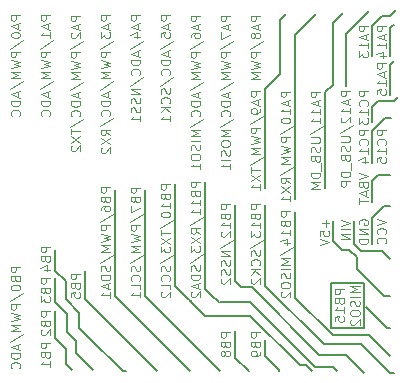
<source format=gbr>
G04 #@! TF.FileFunction,Legend,Bot*
%FSLAX46Y46*%
G04 Gerber Fmt 4.6, Leading zero omitted, Abs format (unit mm)*
G04 Created by KiCad (PCBNEW 4.0.4-stable) date 2016 October 10, Monday 23:42:28*
%MOMM*%
%LPD*%
G01*
G04 APERTURE LIST*
%ADD10C,0.100000*%
%ADD11C,0.200000*%
%ADD12C,0.120000*%
G04 APERTURE END LIST*
D10*
D11*
X29337000Y-33909000D02*
X29718000Y-34290000D01*
X19812000Y-28448000D02*
X22352000Y-28448000D01*
X27813000Y-33909000D02*
X29337000Y-33909000D01*
X22352000Y-28448000D02*
X27813000Y-33909000D01*
X19050000Y-27813000D02*
X19685000Y-28448000D01*
X22352000Y-29591000D02*
X26543000Y-33782000D01*
X18542000Y-29591000D02*
X22352000Y-29591000D01*
X17272000Y-28321000D02*
X18542000Y-29591000D01*
X24765000Y-34163000D02*
X24765000Y-34290000D01*
X23622000Y-33020000D02*
X24765000Y-34163000D01*
X23622000Y-31623000D02*
X23622000Y-33020000D01*
X21082000Y-33147000D02*
X22225000Y-34290000D01*
X21082000Y-30861000D02*
X21082000Y-33147000D01*
X33909000Y-30607000D02*
X34163000Y-30607000D01*
X33147000Y-29845000D02*
X33909000Y-30607000D01*
X32131000Y-28829000D02*
X33147000Y-29845000D01*
X29210000Y-26797000D02*
X29210000Y-27432000D01*
X32004000Y-26797000D02*
X29210000Y-26797000D01*
X32004000Y-30607000D02*
X32004000Y-26797000D01*
X29210000Y-30607000D02*
X32004000Y-30607000D01*
X29210000Y-27305000D02*
X29210000Y-30607000D01*
X33655000Y-32512000D02*
X34163000Y-33020000D01*
X32385000Y-31242000D02*
X33655000Y-32512000D01*
X29337000Y-31242000D02*
X32385000Y-31242000D01*
X26162000Y-28067000D02*
X29337000Y-31242000D01*
X26162000Y-20828000D02*
X26162000Y-28067000D01*
D12*
X30308905Y-27330571D02*
X29508905Y-27330571D01*
X29508905Y-27635333D01*
X29547000Y-27711524D01*
X29585095Y-27749619D01*
X29661286Y-27787714D01*
X29775571Y-27787714D01*
X29851762Y-27749619D01*
X29889857Y-27711524D01*
X29927952Y-27635333D01*
X29927952Y-27330571D01*
X29889857Y-28397238D02*
X29927952Y-28511524D01*
X29966048Y-28549619D01*
X30042238Y-28587714D01*
X30156524Y-28587714D01*
X30232714Y-28549619D01*
X30270810Y-28511524D01*
X30308905Y-28435333D01*
X30308905Y-28130571D01*
X29508905Y-28130571D01*
X29508905Y-28397238D01*
X29547000Y-28473428D01*
X29585095Y-28511524D01*
X29661286Y-28549619D01*
X29737476Y-28549619D01*
X29813667Y-28511524D01*
X29851762Y-28473428D01*
X29889857Y-28397238D01*
X29889857Y-28130571D01*
X30308905Y-29349619D02*
X30308905Y-28892476D01*
X30308905Y-29121047D02*
X29508905Y-29121047D01*
X29623190Y-29044857D01*
X29699381Y-28968666D01*
X29737476Y-28892476D01*
X29508905Y-30073429D02*
X29508905Y-29692476D01*
X29889857Y-29654381D01*
X29851762Y-29692476D01*
X29813667Y-29768667D01*
X29813667Y-29959143D01*
X29851762Y-30035333D01*
X29889857Y-30073429D01*
X29966048Y-30111524D01*
X30156524Y-30111524D01*
X30232714Y-30073429D01*
X30270810Y-30035333D01*
X30308905Y-29959143D01*
X30308905Y-29768667D01*
X30270810Y-29692476D01*
X30232714Y-29654381D01*
X31628905Y-27063905D02*
X30828905Y-27063905D01*
X31400333Y-27330572D01*
X30828905Y-27597239D01*
X31628905Y-27597239D01*
X31628905Y-27978191D02*
X30828905Y-27978191D01*
X31590810Y-28321048D02*
X31628905Y-28435334D01*
X31628905Y-28625810D01*
X31590810Y-28702000D01*
X31552714Y-28740096D01*
X31476524Y-28778191D01*
X31400333Y-28778191D01*
X31324143Y-28740096D01*
X31286048Y-28702000D01*
X31247952Y-28625810D01*
X31209857Y-28473429D01*
X31171762Y-28397238D01*
X31133667Y-28359143D01*
X31057476Y-28321048D01*
X30981286Y-28321048D01*
X30905095Y-28359143D01*
X30867000Y-28397238D01*
X30828905Y-28473429D01*
X30828905Y-28663905D01*
X30867000Y-28778191D01*
X30828905Y-29273429D02*
X30828905Y-29425810D01*
X30867000Y-29502001D01*
X30943190Y-29578191D01*
X31095571Y-29616286D01*
X31362238Y-29616286D01*
X31514619Y-29578191D01*
X31590810Y-29502001D01*
X31628905Y-29425810D01*
X31628905Y-29273429D01*
X31590810Y-29197239D01*
X31514619Y-29121048D01*
X31362238Y-29082953D01*
X31095571Y-29082953D01*
X30943190Y-29121048D01*
X30867000Y-29197239D01*
X30828905Y-29273429D01*
X30905095Y-29921048D02*
X30867000Y-29959143D01*
X30828905Y-30035334D01*
X30828905Y-30225810D01*
X30867000Y-30302000D01*
X30905095Y-30340096D01*
X30981286Y-30378191D01*
X31057476Y-30378191D01*
X31171762Y-30340096D01*
X31628905Y-29882953D01*
X31628905Y-30378191D01*
D11*
X34163000Y-34417000D02*
X34544000Y-34417000D01*
X31750000Y-32004000D02*
X34163000Y-34417000D01*
X31242000Y-32004000D02*
X31750000Y-32004000D01*
X28575000Y-32004000D02*
X31242000Y-32004000D01*
X23622000Y-27051000D02*
X28575000Y-32004000D01*
X23622000Y-20193000D02*
X23622000Y-27051000D01*
X30480000Y-32893000D02*
X32004000Y-34417000D01*
X28194000Y-32893000D02*
X30480000Y-32893000D01*
X22479000Y-27178000D02*
X28194000Y-32893000D01*
X21590000Y-27178000D02*
X22479000Y-27178000D01*
X21082000Y-26670000D02*
X21590000Y-27178000D01*
X21082000Y-20193000D02*
X21082000Y-26670000D01*
D12*
X25761905Y-20764952D02*
X24961905Y-20764952D01*
X24961905Y-21069714D01*
X25000000Y-21145905D01*
X25038095Y-21184000D01*
X25114286Y-21222095D01*
X25228571Y-21222095D01*
X25304762Y-21184000D01*
X25342857Y-21145905D01*
X25380952Y-21069714D01*
X25380952Y-20764952D01*
X25342857Y-21831619D02*
X25380952Y-21945905D01*
X25419048Y-21984000D01*
X25495238Y-22022095D01*
X25609524Y-22022095D01*
X25685714Y-21984000D01*
X25723810Y-21945905D01*
X25761905Y-21869714D01*
X25761905Y-21564952D01*
X24961905Y-21564952D01*
X24961905Y-21831619D01*
X25000000Y-21907809D01*
X25038095Y-21945905D01*
X25114286Y-21984000D01*
X25190476Y-21984000D01*
X25266667Y-21945905D01*
X25304762Y-21907809D01*
X25342857Y-21831619D01*
X25342857Y-21564952D01*
X25761905Y-22784000D02*
X25761905Y-22326857D01*
X25761905Y-22555428D02*
X24961905Y-22555428D01*
X25076190Y-22479238D01*
X25152381Y-22403047D01*
X25190476Y-22326857D01*
X25228571Y-23469714D02*
X25761905Y-23469714D01*
X24923810Y-23279238D02*
X25495238Y-23088762D01*
X25495238Y-23584000D01*
X24923810Y-24460191D02*
X25952381Y-23774476D01*
X25761905Y-24726857D02*
X24961905Y-24726857D01*
X25533333Y-24993524D01*
X24961905Y-25260191D01*
X25761905Y-25260191D01*
X25761905Y-25641143D02*
X24961905Y-25641143D01*
X25723810Y-25984000D02*
X25761905Y-26098286D01*
X25761905Y-26288762D01*
X25723810Y-26364952D01*
X25685714Y-26403048D01*
X25609524Y-26441143D01*
X25533333Y-26441143D01*
X25457143Y-26403048D01*
X25419048Y-26364952D01*
X25380952Y-26288762D01*
X25342857Y-26136381D01*
X25304762Y-26060190D01*
X25266667Y-26022095D01*
X25190476Y-25984000D01*
X25114286Y-25984000D01*
X25038095Y-26022095D01*
X25000000Y-26060190D01*
X24961905Y-26136381D01*
X24961905Y-26326857D01*
X25000000Y-26441143D01*
X24961905Y-26936381D02*
X24961905Y-27088762D01*
X25000000Y-27164953D01*
X25076190Y-27241143D01*
X25228571Y-27279238D01*
X25495238Y-27279238D01*
X25647619Y-27241143D01*
X25723810Y-27164953D01*
X25761905Y-27088762D01*
X25761905Y-26936381D01*
X25723810Y-26860191D01*
X25647619Y-26784000D01*
X25495238Y-26745905D01*
X25228571Y-26745905D01*
X25076190Y-26784000D01*
X25000000Y-26860191D01*
X24961905Y-26936381D01*
X25038095Y-27584000D02*
X25000000Y-27622095D01*
X24961905Y-27698286D01*
X24961905Y-27888762D01*
X25000000Y-27964952D01*
X25038095Y-28003048D01*
X25114286Y-28041143D01*
X25190476Y-28041143D01*
X25304762Y-28003048D01*
X25761905Y-27545905D01*
X25761905Y-28041143D01*
X23221905Y-20142619D02*
X22421905Y-20142619D01*
X22421905Y-20447381D01*
X22460000Y-20523572D01*
X22498095Y-20561667D01*
X22574286Y-20599762D01*
X22688571Y-20599762D01*
X22764762Y-20561667D01*
X22802857Y-20523572D01*
X22840952Y-20447381D01*
X22840952Y-20142619D01*
X22802857Y-21209286D02*
X22840952Y-21323572D01*
X22879048Y-21361667D01*
X22955238Y-21399762D01*
X23069524Y-21399762D01*
X23145714Y-21361667D01*
X23183810Y-21323572D01*
X23221905Y-21247381D01*
X23221905Y-20942619D01*
X22421905Y-20942619D01*
X22421905Y-21209286D01*
X22460000Y-21285476D01*
X22498095Y-21323572D01*
X22574286Y-21361667D01*
X22650476Y-21361667D01*
X22726667Y-21323572D01*
X22764762Y-21285476D01*
X22802857Y-21209286D01*
X22802857Y-20942619D01*
X23221905Y-22161667D02*
X23221905Y-21704524D01*
X23221905Y-21933095D02*
X22421905Y-21933095D01*
X22536190Y-21856905D01*
X22612381Y-21780714D01*
X22650476Y-21704524D01*
X22421905Y-22428334D02*
X22421905Y-22923572D01*
X22726667Y-22656905D01*
X22726667Y-22771191D01*
X22764762Y-22847381D01*
X22802857Y-22885477D01*
X22879048Y-22923572D01*
X23069524Y-22923572D01*
X23145714Y-22885477D01*
X23183810Y-22847381D01*
X23221905Y-22771191D01*
X23221905Y-22542619D01*
X23183810Y-22466429D01*
X23145714Y-22428334D01*
X22383810Y-23837858D02*
X23412381Y-23152143D01*
X23183810Y-24066429D02*
X23221905Y-24180715D01*
X23221905Y-24371191D01*
X23183810Y-24447381D01*
X23145714Y-24485477D01*
X23069524Y-24523572D01*
X22993333Y-24523572D01*
X22917143Y-24485477D01*
X22879048Y-24447381D01*
X22840952Y-24371191D01*
X22802857Y-24218810D01*
X22764762Y-24142619D01*
X22726667Y-24104524D01*
X22650476Y-24066429D01*
X22574286Y-24066429D01*
X22498095Y-24104524D01*
X22460000Y-24142619D01*
X22421905Y-24218810D01*
X22421905Y-24409286D01*
X22460000Y-24523572D01*
X23145714Y-25323572D02*
X23183810Y-25285477D01*
X23221905Y-25171191D01*
X23221905Y-25095001D01*
X23183810Y-24980715D01*
X23107619Y-24904524D01*
X23031429Y-24866429D01*
X22879048Y-24828334D01*
X22764762Y-24828334D01*
X22612381Y-24866429D01*
X22536190Y-24904524D01*
X22460000Y-24980715D01*
X22421905Y-25095001D01*
X22421905Y-25171191D01*
X22460000Y-25285477D01*
X22498095Y-25323572D01*
X23221905Y-25666429D02*
X22421905Y-25666429D01*
X23221905Y-26123572D02*
X22764762Y-25780715D01*
X22421905Y-26123572D02*
X22879048Y-25666429D01*
X22498095Y-26428334D02*
X22460000Y-26466429D01*
X22421905Y-26542620D01*
X22421905Y-26733096D01*
X22460000Y-26809286D01*
X22498095Y-26847382D01*
X22574286Y-26885477D01*
X22650476Y-26885477D01*
X22764762Y-26847382D01*
X23221905Y-26390239D01*
X23221905Y-26885477D01*
X20681905Y-20142619D02*
X19881905Y-20142619D01*
X19881905Y-20447381D01*
X19920000Y-20523572D01*
X19958095Y-20561667D01*
X20034286Y-20599762D01*
X20148571Y-20599762D01*
X20224762Y-20561667D01*
X20262857Y-20523572D01*
X20300952Y-20447381D01*
X20300952Y-20142619D01*
X20262857Y-21209286D02*
X20300952Y-21323572D01*
X20339048Y-21361667D01*
X20415238Y-21399762D01*
X20529524Y-21399762D01*
X20605714Y-21361667D01*
X20643810Y-21323572D01*
X20681905Y-21247381D01*
X20681905Y-20942619D01*
X19881905Y-20942619D01*
X19881905Y-21209286D01*
X19920000Y-21285476D01*
X19958095Y-21323572D01*
X20034286Y-21361667D01*
X20110476Y-21361667D01*
X20186667Y-21323572D01*
X20224762Y-21285476D01*
X20262857Y-21209286D01*
X20262857Y-20942619D01*
X20681905Y-22161667D02*
X20681905Y-21704524D01*
X20681905Y-21933095D02*
X19881905Y-21933095D01*
X19996190Y-21856905D01*
X20072381Y-21780714D01*
X20110476Y-21704524D01*
X19958095Y-22466429D02*
X19920000Y-22504524D01*
X19881905Y-22580715D01*
X19881905Y-22771191D01*
X19920000Y-22847381D01*
X19958095Y-22885477D01*
X20034286Y-22923572D01*
X20110476Y-22923572D01*
X20224762Y-22885477D01*
X20681905Y-22428334D01*
X20681905Y-22923572D01*
X19843810Y-23837858D02*
X20872381Y-23152143D01*
X20681905Y-24104524D02*
X19881905Y-24104524D01*
X20681905Y-24561667D01*
X19881905Y-24561667D01*
X20643810Y-24904524D02*
X20681905Y-25018810D01*
X20681905Y-25209286D01*
X20643810Y-25285476D01*
X20605714Y-25323572D01*
X20529524Y-25361667D01*
X20453333Y-25361667D01*
X20377143Y-25323572D01*
X20339048Y-25285476D01*
X20300952Y-25209286D01*
X20262857Y-25056905D01*
X20224762Y-24980714D01*
X20186667Y-24942619D01*
X20110476Y-24904524D01*
X20034286Y-24904524D01*
X19958095Y-24942619D01*
X19920000Y-24980714D01*
X19881905Y-25056905D01*
X19881905Y-25247381D01*
X19920000Y-25361667D01*
X20643810Y-25666429D02*
X20681905Y-25780715D01*
X20681905Y-25971191D01*
X20643810Y-26047381D01*
X20605714Y-26085477D01*
X20529524Y-26123572D01*
X20453333Y-26123572D01*
X20377143Y-26085477D01*
X20339048Y-26047381D01*
X20300952Y-25971191D01*
X20262857Y-25818810D01*
X20224762Y-25742619D01*
X20186667Y-25704524D01*
X20110476Y-25666429D01*
X20034286Y-25666429D01*
X19958095Y-25704524D01*
X19920000Y-25742619D01*
X19881905Y-25818810D01*
X19881905Y-26009286D01*
X19920000Y-26123572D01*
X19958095Y-26428334D02*
X19920000Y-26466429D01*
X19881905Y-26542620D01*
X19881905Y-26733096D01*
X19920000Y-26809286D01*
X19958095Y-26847382D01*
X20034286Y-26885477D01*
X20110476Y-26885477D01*
X20224762Y-26847382D01*
X20681905Y-26390239D01*
X20681905Y-26885477D01*
D11*
X27940000Y-33909000D02*
X28829000Y-33909000D01*
X18542000Y-27305000D02*
X19050000Y-27813000D01*
X18542000Y-23876000D02*
X18542000Y-27305000D01*
X18542000Y-18288000D02*
X18542000Y-24003000D01*
X27051000Y-33782000D02*
X26543000Y-33782000D01*
X27051000Y-33782000D02*
X27559000Y-34290000D01*
X17018000Y-28067000D02*
X17399000Y-28448000D01*
X16002000Y-27051000D02*
X17018000Y-28067000D01*
X16002000Y-18415000D02*
X16002000Y-27051000D01*
X13462000Y-27940000D02*
X19812000Y-34290000D01*
X13462000Y-18923000D02*
X13462000Y-27940000D01*
X10922000Y-27940000D02*
X17272000Y-34290000D01*
X10922000Y-18923000D02*
X10922000Y-27940000D01*
X8382000Y-28194000D02*
X14478000Y-34290000D01*
X8382000Y-27559000D02*
X8382000Y-28194000D01*
X8382000Y-25781000D02*
X8382000Y-27559000D01*
X11557000Y-34290000D02*
X11811000Y-34290000D01*
X8636000Y-31369000D02*
X11557000Y-34290000D01*
X7874000Y-30607000D02*
X8636000Y-31369000D01*
X7874000Y-29337000D02*
X7874000Y-30607000D01*
X6731000Y-28194000D02*
X7874000Y-29337000D01*
X6731000Y-26670000D02*
X6731000Y-28194000D01*
X5842000Y-25781000D02*
X6731000Y-26670000D01*
X5842000Y-24003000D02*
X5842000Y-25781000D01*
X7620000Y-32766000D02*
X9017000Y-34163000D01*
X7620000Y-31750000D02*
X7620000Y-32766000D01*
X6858000Y-30988000D02*
X7620000Y-31750000D01*
X6858000Y-29464000D02*
X6858000Y-30988000D01*
X5842000Y-28448000D02*
X6858000Y-29464000D01*
X5842000Y-26416000D02*
X5842000Y-28448000D01*
X6731000Y-33655000D02*
X7239000Y-34163000D01*
X6731000Y-32385000D02*
X6731000Y-33655000D01*
X5842000Y-31496000D02*
X6731000Y-32385000D01*
X5842000Y-31115000D02*
X5842000Y-31496000D01*
X5842000Y-29210000D02*
X5842000Y-31115000D01*
D12*
X18141905Y-18237809D02*
X17341905Y-18237809D01*
X17341905Y-18542571D01*
X17380000Y-18618762D01*
X17418095Y-18656857D01*
X17494286Y-18694952D01*
X17608571Y-18694952D01*
X17684762Y-18656857D01*
X17722857Y-18618762D01*
X17760952Y-18542571D01*
X17760952Y-18237809D01*
X17722857Y-19304476D02*
X17760952Y-19418762D01*
X17799048Y-19456857D01*
X17875238Y-19494952D01*
X17989524Y-19494952D01*
X18065714Y-19456857D01*
X18103810Y-19418762D01*
X18141905Y-19342571D01*
X18141905Y-19037809D01*
X17341905Y-19037809D01*
X17341905Y-19304476D01*
X17380000Y-19380666D01*
X17418095Y-19418762D01*
X17494286Y-19456857D01*
X17570476Y-19456857D01*
X17646667Y-19418762D01*
X17684762Y-19380666D01*
X17722857Y-19304476D01*
X17722857Y-19037809D01*
X18141905Y-20256857D02*
X18141905Y-19799714D01*
X18141905Y-20028285D02*
X17341905Y-20028285D01*
X17456190Y-19952095D01*
X17532381Y-19875904D01*
X17570476Y-19799714D01*
X18141905Y-21018762D02*
X18141905Y-20561619D01*
X18141905Y-20790190D02*
X17341905Y-20790190D01*
X17456190Y-20714000D01*
X17532381Y-20637809D01*
X17570476Y-20561619D01*
X17303810Y-21933048D02*
X18332381Y-21247333D01*
X18141905Y-22656857D02*
X17760952Y-22390190D01*
X18141905Y-22199714D02*
X17341905Y-22199714D01*
X17341905Y-22504476D01*
X17380000Y-22580667D01*
X17418095Y-22618762D01*
X17494286Y-22656857D01*
X17608571Y-22656857D01*
X17684762Y-22618762D01*
X17722857Y-22580667D01*
X17760952Y-22504476D01*
X17760952Y-22199714D01*
X17341905Y-22923524D02*
X18141905Y-23456857D01*
X17341905Y-23456857D02*
X18141905Y-22923524D01*
X17341905Y-23685429D02*
X17341905Y-24180667D01*
X17646667Y-23914000D01*
X17646667Y-24028286D01*
X17684762Y-24104476D01*
X17722857Y-24142572D01*
X17799048Y-24180667D01*
X17989524Y-24180667D01*
X18065714Y-24142572D01*
X18103810Y-24104476D01*
X18141905Y-24028286D01*
X18141905Y-23799714D01*
X18103810Y-23723524D01*
X18065714Y-23685429D01*
X17303810Y-25094953D02*
X18332381Y-24409238D01*
X18103810Y-25323524D02*
X18141905Y-25437810D01*
X18141905Y-25628286D01*
X18103810Y-25704476D01*
X18065714Y-25742572D01*
X17989524Y-25780667D01*
X17913333Y-25780667D01*
X17837143Y-25742572D01*
X17799048Y-25704476D01*
X17760952Y-25628286D01*
X17722857Y-25475905D01*
X17684762Y-25399714D01*
X17646667Y-25361619D01*
X17570476Y-25323524D01*
X17494286Y-25323524D01*
X17418095Y-25361619D01*
X17380000Y-25399714D01*
X17341905Y-25475905D01*
X17341905Y-25666381D01*
X17380000Y-25780667D01*
X18141905Y-26123524D02*
X17341905Y-26123524D01*
X17341905Y-26314000D01*
X17380000Y-26428286D01*
X17456190Y-26504477D01*
X17532381Y-26542572D01*
X17684762Y-26580667D01*
X17799048Y-26580667D01*
X17951429Y-26542572D01*
X18027619Y-26504477D01*
X18103810Y-26428286D01*
X18141905Y-26314000D01*
X18141905Y-26123524D01*
X17913333Y-26885429D02*
X17913333Y-27266381D01*
X18141905Y-26809238D02*
X17341905Y-27075905D01*
X18141905Y-27342572D01*
X17418095Y-27571143D02*
X17380000Y-27609238D01*
X17341905Y-27685429D01*
X17341905Y-27875905D01*
X17380000Y-27952095D01*
X17418095Y-27990191D01*
X17494286Y-28028286D01*
X17570476Y-28028286D01*
X17684762Y-27990191D01*
X18141905Y-27533048D01*
X18141905Y-28028286D01*
X15601905Y-18479095D02*
X14801905Y-18479095D01*
X14801905Y-18783857D01*
X14840000Y-18860048D01*
X14878095Y-18898143D01*
X14954286Y-18936238D01*
X15068571Y-18936238D01*
X15144762Y-18898143D01*
X15182857Y-18860048D01*
X15220952Y-18783857D01*
X15220952Y-18479095D01*
X15182857Y-19545762D02*
X15220952Y-19660048D01*
X15259048Y-19698143D01*
X15335238Y-19736238D01*
X15449524Y-19736238D01*
X15525714Y-19698143D01*
X15563810Y-19660048D01*
X15601905Y-19583857D01*
X15601905Y-19279095D01*
X14801905Y-19279095D01*
X14801905Y-19545762D01*
X14840000Y-19621952D01*
X14878095Y-19660048D01*
X14954286Y-19698143D01*
X15030476Y-19698143D01*
X15106667Y-19660048D01*
X15144762Y-19621952D01*
X15182857Y-19545762D01*
X15182857Y-19279095D01*
X15601905Y-20498143D02*
X15601905Y-20041000D01*
X15601905Y-20269571D02*
X14801905Y-20269571D01*
X14916190Y-20193381D01*
X14992381Y-20117190D01*
X15030476Y-20041000D01*
X14801905Y-20993381D02*
X14801905Y-21069572D01*
X14840000Y-21145762D01*
X14878095Y-21183857D01*
X14954286Y-21221953D01*
X15106667Y-21260048D01*
X15297143Y-21260048D01*
X15449524Y-21221953D01*
X15525714Y-21183857D01*
X15563810Y-21145762D01*
X15601905Y-21069572D01*
X15601905Y-20993381D01*
X15563810Y-20917191D01*
X15525714Y-20879095D01*
X15449524Y-20841000D01*
X15297143Y-20802905D01*
X15106667Y-20802905D01*
X14954286Y-20841000D01*
X14878095Y-20879095D01*
X14840000Y-20917191D01*
X14801905Y-20993381D01*
X14763810Y-22174334D02*
X15792381Y-21488619D01*
X14801905Y-22326714D02*
X14801905Y-22783857D01*
X15601905Y-22555286D02*
X14801905Y-22555286D01*
X14801905Y-22974334D02*
X15601905Y-23507667D01*
X14801905Y-23507667D02*
X15601905Y-22974334D01*
X14801905Y-23736239D02*
X14801905Y-24231477D01*
X15106667Y-23964810D01*
X15106667Y-24079096D01*
X15144762Y-24155286D01*
X15182857Y-24193382D01*
X15259048Y-24231477D01*
X15449524Y-24231477D01*
X15525714Y-24193382D01*
X15563810Y-24155286D01*
X15601905Y-24079096D01*
X15601905Y-23850524D01*
X15563810Y-23774334D01*
X15525714Y-23736239D01*
X14763810Y-25145763D02*
X15792381Y-24460048D01*
X15563810Y-25374334D02*
X15601905Y-25488620D01*
X15601905Y-25679096D01*
X15563810Y-25755286D01*
X15525714Y-25793382D01*
X15449524Y-25831477D01*
X15373333Y-25831477D01*
X15297143Y-25793382D01*
X15259048Y-25755286D01*
X15220952Y-25679096D01*
X15182857Y-25526715D01*
X15144762Y-25450524D01*
X15106667Y-25412429D01*
X15030476Y-25374334D01*
X14954286Y-25374334D01*
X14878095Y-25412429D01*
X14840000Y-25450524D01*
X14801905Y-25526715D01*
X14801905Y-25717191D01*
X14840000Y-25831477D01*
X15525714Y-26631477D02*
X15563810Y-26593382D01*
X15601905Y-26479096D01*
X15601905Y-26402906D01*
X15563810Y-26288620D01*
X15487619Y-26212429D01*
X15411429Y-26174334D01*
X15259048Y-26136239D01*
X15144762Y-26136239D01*
X14992381Y-26174334D01*
X14916190Y-26212429D01*
X14840000Y-26288620D01*
X14801905Y-26402906D01*
X14801905Y-26479096D01*
X14840000Y-26593382D01*
X14878095Y-26631477D01*
X15601905Y-27355287D02*
X15601905Y-26974334D01*
X14801905Y-26974334D01*
X14878095Y-27583858D02*
X14840000Y-27621953D01*
X14801905Y-27698144D01*
X14801905Y-27888620D01*
X14840000Y-27964810D01*
X14878095Y-28002906D01*
X14954286Y-28041001D01*
X15030476Y-28041001D01*
X15144762Y-28002906D01*
X15601905Y-27545763D01*
X15601905Y-28041001D01*
X23221905Y-31013524D02*
X22421905Y-31013524D01*
X22421905Y-31318286D01*
X22460000Y-31394477D01*
X22498095Y-31432572D01*
X22574286Y-31470667D01*
X22688571Y-31470667D01*
X22764762Y-31432572D01*
X22802857Y-31394477D01*
X22840952Y-31318286D01*
X22840952Y-31013524D01*
X22802857Y-32080191D02*
X22840952Y-32194477D01*
X22879048Y-32232572D01*
X22955238Y-32270667D01*
X23069524Y-32270667D01*
X23145714Y-32232572D01*
X23183810Y-32194477D01*
X23221905Y-32118286D01*
X23221905Y-31813524D01*
X22421905Y-31813524D01*
X22421905Y-32080191D01*
X22460000Y-32156381D01*
X22498095Y-32194477D01*
X22574286Y-32232572D01*
X22650476Y-32232572D01*
X22726667Y-32194477D01*
X22764762Y-32156381D01*
X22802857Y-32080191D01*
X22802857Y-31813524D01*
X23221905Y-32651619D02*
X23221905Y-32804000D01*
X23183810Y-32880191D01*
X23145714Y-32918286D01*
X23031429Y-32994477D01*
X22879048Y-33032572D01*
X22574286Y-33032572D01*
X22498095Y-32994477D01*
X22460000Y-32956381D01*
X22421905Y-32880191D01*
X22421905Y-32727810D01*
X22460000Y-32651619D01*
X22498095Y-32613524D01*
X22574286Y-32575429D01*
X22764762Y-32575429D01*
X22840952Y-32613524D01*
X22879048Y-32651619D01*
X22917143Y-32727810D01*
X22917143Y-32880191D01*
X22879048Y-32956381D01*
X22840952Y-32994477D01*
X22764762Y-33032572D01*
X20681905Y-31013524D02*
X19881905Y-31013524D01*
X19881905Y-31318286D01*
X19920000Y-31394477D01*
X19958095Y-31432572D01*
X20034286Y-31470667D01*
X20148571Y-31470667D01*
X20224762Y-31432572D01*
X20262857Y-31394477D01*
X20300952Y-31318286D01*
X20300952Y-31013524D01*
X20262857Y-32080191D02*
X20300952Y-32194477D01*
X20339048Y-32232572D01*
X20415238Y-32270667D01*
X20529524Y-32270667D01*
X20605714Y-32232572D01*
X20643810Y-32194477D01*
X20681905Y-32118286D01*
X20681905Y-31813524D01*
X19881905Y-31813524D01*
X19881905Y-32080191D01*
X19920000Y-32156381D01*
X19958095Y-32194477D01*
X20034286Y-32232572D01*
X20110476Y-32232572D01*
X20186667Y-32194477D01*
X20224762Y-32156381D01*
X20262857Y-32080191D01*
X20262857Y-31813524D01*
X20224762Y-32727810D02*
X20186667Y-32651619D01*
X20148571Y-32613524D01*
X20072381Y-32575429D01*
X20034286Y-32575429D01*
X19958095Y-32613524D01*
X19920000Y-32651619D01*
X19881905Y-32727810D01*
X19881905Y-32880191D01*
X19920000Y-32956381D01*
X19958095Y-32994477D01*
X20034286Y-33032572D01*
X20072381Y-33032572D01*
X20148571Y-32994477D01*
X20186667Y-32956381D01*
X20224762Y-32880191D01*
X20224762Y-32727810D01*
X20262857Y-32651619D01*
X20300952Y-32613524D01*
X20377143Y-32575429D01*
X20529524Y-32575429D01*
X20605714Y-32613524D01*
X20643810Y-32651619D01*
X20681905Y-32727810D01*
X20681905Y-32880191D01*
X20643810Y-32956381D01*
X20605714Y-32994477D01*
X20529524Y-33032572D01*
X20377143Y-33032572D01*
X20300952Y-32994477D01*
X20262857Y-32956381D01*
X20224762Y-32880191D01*
X13061905Y-18739428D02*
X12261905Y-18739428D01*
X12261905Y-19044190D01*
X12300000Y-19120381D01*
X12338095Y-19158476D01*
X12414286Y-19196571D01*
X12528571Y-19196571D01*
X12604762Y-19158476D01*
X12642857Y-19120381D01*
X12680952Y-19044190D01*
X12680952Y-18739428D01*
X12642857Y-19806095D02*
X12680952Y-19920381D01*
X12719048Y-19958476D01*
X12795238Y-19996571D01*
X12909524Y-19996571D01*
X12985714Y-19958476D01*
X13023810Y-19920381D01*
X13061905Y-19844190D01*
X13061905Y-19539428D01*
X12261905Y-19539428D01*
X12261905Y-19806095D01*
X12300000Y-19882285D01*
X12338095Y-19920381D01*
X12414286Y-19958476D01*
X12490476Y-19958476D01*
X12566667Y-19920381D01*
X12604762Y-19882285D01*
X12642857Y-19806095D01*
X12642857Y-19539428D01*
X12261905Y-20263238D02*
X12261905Y-20796571D01*
X13061905Y-20453714D01*
X12223810Y-21672762D02*
X13252381Y-20987047D01*
X13061905Y-21939428D02*
X12261905Y-21939428D01*
X12261905Y-22244190D01*
X12300000Y-22320381D01*
X12338095Y-22358476D01*
X12414286Y-22396571D01*
X12528571Y-22396571D01*
X12604762Y-22358476D01*
X12642857Y-22320381D01*
X12680952Y-22244190D01*
X12680952Y-21939428D01*
X12261905Y-22663238D02*
X13061905Y-22853714D01*
X12490476Y-23006095D01*
X13061905Y-23158476D01*
X12261905Y-23348952D01*
X13061905Y-23653714D02*
X12261905Y-23653714D01*
X12833333Y-23920381D01*
X12261905Y-24187048D01*
X13061905Y-24187048D01*
X12223810Y-25139429D02*
X13252381Y-24453714D01*
X13023810Y-25368000D02*
X13061905Y-25482286D01*
X13061905Y-25672762D01*
X13023810Y-25748952D01*
X12985714Y-25787048D01*
X12909524Y-25825143D01*
X12833333Y-25825143D01*
X12757143Y-25787048D01*
X12719048Y-25748952D01*
X12680952Y-25672762D01*
X12642857Y-25520381D01*
X12604762Y-25444190D01*
X12566667Y-25406095D01*
X12490476Y-25368000D01*
X12414286Y-25368000D01*
X12338095Y-25406095D01*
X12300000Y-25444190D01*
X12261905Y-25520381D01*
X12261905Y-25710857D01*
X12300000Y-25825143D01*
X12985714Y-26625143D02*
X13023810Y-26587048D01*
X13061905Y-26472762D01*
X13061905Y-26396572D01*
X13023810Y-26282286D01*
X12947619Y-26206095D01*
X12871429Y-26168000D01*
X12719048Y-26129905D01*
X12604762Y-26129905D01*
X12452381Y-26168000D01*
X12376190Y-26206095D01*
X12300000Y-26282286D01*
X12261905Y-26396572D01*
X12261905Y-26472762D01*
X12300000Y-26587048D01*
X12338095Y-26625143D01*
X13061905Y-27348953D02*
X13061905Y-26968000D01*
X12261905Y-26968000D01*
X13061905Y-28034667D02*
X13061905Y-27577524D01*
X13061905Y-27806095D02*
X12261905Y-27806095D01*
X12376190Y-27729905D01*
X12452381Y-27653714D01*
X12490476Y-27577524D01*
X10521905Y-18720381D02*
X9721905Y-18720381D01*
X9721905Y-19025143D01*
X9760000Y-19101334D01*
X9798095Y-19139429D01*
X9874286Y-19177524D01*
X9988571Y-19177524D01*
X10064762Y-19139429D01*
X10102857Y-19101334D01*
X10140952Y-19025143D01*
X10140952Y-18720381D01*
X10102857Y-19787048D02*
X10140952Y-19901334D01*
X10179048Y-19939429D01*
X10255238Y-19977524D01*
X10369524Y-19977524D01*
X10445714Y-19939429D01*
X10483810Y-19901334D01*
X10521905Y-19825143D01*
X10521905Y-19520381D01*
X9721905Y-19520381D01*
X9721905Y-19787048D01*
X9760000Y-19863238D01*
X9798095Y-19901334D01*
X9874286Y-19939429D01*
X9950476Y-19939429D01*
X10026667Y-19901334D01*
X10064762Y-19863238D01*
X10102857Y-19787048D01*
X10102857Y-19520381D01*
X9721905Y-20663238D02*
X9721905Y-20510857D01*
X9760000Y-20434667D01*
X9798095Y-20396572D01*
X9912381Y-20320381D01*
X10064762Y-20282286D01*
X10369524Y-20282286D01*
X10445714Y-20320381D01*
X10483810Y-20358476D01*
X10521905Y-20434667D01*
X10521905Y-20587048D01*
X10483810Y-20663238D01*
X10445714Y-20701334D01*
X10369524Y-20739429D01*
X10179048Y-20739429D01*
X10102857Y-20701334D01*
X10064762Y-20663238D01*
X10026667Y-20587048D01*
X10026667Y-20434667D01*
X10064762Y-20358476D01*
X10102857Y-20320381D01*
X10179048Y-20282286D01*
X9683810Y-21653715D02*
X10712381Y-20968000D01*
X10521905Y-21920381D02*
X9721905Y-21920381D01*
X9721905Y-22225143D01*
X9760000Y-22301334D01*
X9798095Y-22339429D01*
X9874286Y-22377524D01*
X9988571Y-22377524D01*
X10064762Y-22339429D01*
X10102857Y-22301334D01*
X10140952Y-22225143D01*
X10140952Y-21920381D01*
X9721905Y-22644191D02*
X10521905Y-22834667D01*
X9950476Y-22987048D01*
X10521905Y-23139429D01*
X9721905Y-23329905D01*
X10521905Y-23634667D02*
X9721905Y-23634667D01*
X10293333Y-23901334D01*
X9721905Y-24168001D01*
X10521905Y-24168001D01*
X9683810Y-25120382D02*
X10712381Y-24434667D01*
X10483810Y-25348953D02*
X10521905Y-25463239D01*
X10521905Y-25653715D01*
X10483810Y-25729905D01*
X10445714Y-25768001D01*
X10369524Y-25806096D01*
X10293333Y-25806096D01*
X10217143Y-25768001D01*
X10179048Y-25729905D01*
X10140952Y-25653715D01*
X10102857Y-25501334D01*
X10064762Y-25425143D01*
X10026667Y-25387048D01*
X9950476Y-25348953D01*
X9874286Y-25348953D01*
X9798095Y-25387048D01*
X9760000Y-25425143D01*
X9721905Y-25501334D01*
X9721905Y-25691810D01*
X9760000Y-25806096D01*
X10521905Y-26148953D02*
X9721905Y-26148953D01*
X9721905Y-26339429D01*
X9760000Y-26453715D01*
X9836190Y-26529906D01*
X9912381Y-26568001D01*
X10064762Y-26606096D01*
X10179048Y-26606096D01*
X10331429Y-26568001D01*
X10407619Y-26529906D01*
X10483810Y-26453715D01*
X10521905Y-26339429D01*
X10521905Y-26148953D01*
X10293333Y-26910858D02*
X10293333Y-27291810D01*
X10521905Y-26834667D02*
X9721905Y-27101334D01*
X10521905Y-27368001D01*
X10521905Y-28053715D02*
X10521905Y-27596572D01*
X10521905Y-27825143D02*
X9721905Y-27825143D01*
X9836190Y-27748953D01*
X9912381Y-27672762D01*
X9950476Y-27596572D01*
X7981905Y-26060524D02*
X7181905Y-26060524D01*
X7181905Y-26365286D01*
X7220000Y-26441477D01*
X7258095Y-26479572D01*
X7334286Y-26517667D01*
X7448571Y-26517667D01*
X7524762Y-26479572D01*
X7562857Y-26441477D01*
X7600952Y-26365286D01*
X7600952Y-26060524D01*
X7562857Y-27127191D02*
X7600952Y-27241477D01*
X7639048Y-27279572D01*
X7715238Y-27317667D01*
X7829524Y-27317667D01*
X7905714Y-27279572D01*
X7943810Y-27241477D01*
X7981905Y-27165286D01*
X7981905Y-26860524D01*
X7181905Y-26860524D01*
X7181905Y-27127191D01*
X7220000Y-27203381D01*
X7258095Y-27241477D01*
X7334286Y-27279572D01*
X7410476Y-27279572D01*
X7486667Y-27241477D01*
X7524762Y-27203381D01*
X7562857Y-27127191D01*
X7562857Y-26860524D01*
X7181905Y-28041477D02*
X7181905Y-27660524D01*
X7562857Y-27622429D01*
X7524762Y-27660524D01*
X7486667Y-27736715D01*
X7486667Y-27927191D01*
X7524762Y-28003381D01*
X7562857Y-28041477D01*
X7639048Y-28079572D01*
X7829524Y-28079572D01*
X7905714Y-28041477D01*
X7943810Y-28003381D01*
X7981905Y-27927191D01*
X7981905Y-27736715D01*
X7943810Y-27660524D01*
X7905714Y-27622429D01*
X5441905Y-23774524D02*
X4641905Y-23774524D01*
X4641905Y-24079286D01*
X4680000Y-24155477D01*
X4718095Y-24193572D01*
X4794286Y-24231667D01*
X4908571Y-24231667D01*
X4984762Y-24193572D01*
X5022857Y-24155477D01*
X5060952Y-24079286D01*
X5060952Y-23774524D01*
X5022857Y-24841191D02*
X5060952Y-24955477D01*
X5099048Y-24993572D01*
X5175238Y-25031667D01*
X5289524Y-25031667D01*
X5365714Y-24993572D01*
X5403810Y-24955477D01*
X5441905Y-24879286D01*
X5441905Y-24574524D01*
X4641905Y-24574524D01*
X4641905Y-24841191D01*
X4680000Y-24917381D01*
X4718095Y-24955477D01*
X4794286Y-24993572D01*
X4870476Y-24993572D01*
X4946667Y-24955477D01*
X4984762Y-24917381D01*
X5022857Y-24841191D01*
X5022857Y-24574524D01*
X4908571Y-25717381D02*
X5441905Y-25717381D01*
X4603810Y-25526905D02*
X5175238Y-25336429D01*
X5175238Y-25831667D01*
X5441905Y-26441524D02*
X4641905Y-26441524D01*
X4641905Y-26746286D01*
X4680000Y-26822477D01*
X4718095Y-26860572D01*
X4794286Y-26898667D01*
X4908571Y-26898667D01*
X4984762Y-26860572D01*
X5022857Y-26822477D01*
X5060952Y-26746286D01*
X5060952Y-26441524D01*
X5022857Y-27508191D02*
X5060952Y-27622477D01*
X5099048Y-27660572D01*
X5175238Y-27698667D01*
X5289524Y-27698667D01*
X5365714Y-27660572D01*
X5403810Y-27622477D01*
X5441905Y-27546286D01*
X5441905Y-27241524D01*
X4641905Y-27241524D01*
X4641905Y-27508191D01*
X4680000Y-27584381D01*
X4718095Y-27622477D01*
X4794286Y-27660572D01*
X4870476Y-27660572D01*
X4946667Y-27622477D01*
X4984762Y-27584381D01*
X5022857Y-27508191D01*
X5022857Y-27241524D01*
X4641905Y-27965334D02*
X4641905Y-28460572D01*
X4946667Y-28193905D01*
X4946667Y-28308191D01*
X4984762Y-28384381D01*
X5022857Y-28422477D01*
X5099048Y-28460572D01*
X5289524Y-28460572D01*
X5365714Y-28422477D01*
X5403810Y-28384381D01*
X5441905Y-28308191D01*
X5441905Y-28079619D01*
X5403810Y-28003429D01*
X5365714Y-27965334D01*
X5441905Y-29235524D02*
X4641905Y-29235524D01*
X4641905Y-29540286D01*
X4680000Y-29616477D01*
X4718095Y-29654572D01*
X4794286Y-29692667D01*
X4908571Y-29692667D01*
X4984762Y-29654572D01*
X5022857Y-29616477D01*
X5060952Y-29540286D01*
X5060952Y-29235524D01*
X5022857Y-30302191D02*
X5060952Y-30416477D01*
X5099048Y-30454572D01*
X5175238Y-30492667D01*
X5289524Y-30492667D01*
X5365714Y-30454572D01*
X5403810Y-30416477D01*
X5441905Y-30340286D01*
X5441905Y-30035524D01*
X4641905Y-30035524D01*
X4641905Y-30302191D01*
X4680000Y-30378381D01*
X4718095Y-30416477D01*
X4794286Y-30454572D01*
X4870476Y-30454572D01*
X4946667Y-30416477D01*
X4984762Y-30378381D01*
X5022857Y-30302191D01*
X5022857Y-30035524D01*
X4718095Y-30797429D02*
X4680000Y-30835524D01*
X4641905Y-30911715D01*
X4641905Y-31102191D01*
X4680000Y-31178381D01*
X4718095Y-31216477D01*
X4794286Y-31254572D01*
X4870476Y-31254572D01*
X4984762Y-31216477D01*
X5441905Y-30759334D01*
X5441905Y-31254572D01*
X5441905Y-31902524D02*
X4641905Y-31902524D01*
X4641905Y-32207286D01*
X4680000Y-32283477D01*
X4718095Y-32321572D01*
X4794286Y-32359667D01*
X4908571Y-32359667D01*
X4984762Y-32321572D01*
X5022857Y-32283477D01*
X5060952Y-32207286D01*
X5060952Y-31902524D01*
X5022857Y-32969191D02*
X5060952Y-33083477D01*
X5099048Y-33121572D01*
X5175238Y-33159667D01*
X5289524Y-33159667D01*
X5365714Y-33121572D01*
X5403810Y-33083477D01*
X5441905Y-33007286D01*
X5441905Y-32702524D01*
X4641905Y-32702524D01*
X4641905Y-32969191D01*
X4680000Y-33045381D01*
X4718095Y-33083477D01*
X4794286Y-33121572D01*
X4870476Y-33121572D01*
X4946667Y-33083477D01*
X4984762Y-33045381D01*
X5022857Y-32969191D01*
X5022857Y-32702524D01*
X5441905Y-33921572D02*
X5441905Y-33464429D01*
X5441905Y-33693000D02*
X4641905Y-33693000D01*
X4756190Y-33616810D01*
X4832381Y-33540619D01*
X4870476Y-33464429D01*
X2901905Y-25432286D02*
X2101905Y-25432286D01*
X2101905Y-25737048D01*
X2140000Y-25813239D01*
X2178095Y-25851334D01*
X2254286Y-25889429D01*
X2368571Y-25889429D01*
X2444762Y-25851334D01*
X2482857Y-25813239D01*
X2520952Y-25737048D01*
X2520952Y-25432286D01*
X2482857Y-26498953D02*
X2520952Y-26613239D01*
X2559048Y-26651334D01*
X2635238Y-26689429D01*
X2749524Y-26689429D01*
X2825714Y-26651334D01*
X2863810Y-26613239D01*
X2901905Y-26537048D01*
X2901905Y-26232286D01*
X2101905Y-26232286D01*
X2101905Y-26498953D01*
X2140000Y-26575143D01*
X2178095Y-26613239D01*
X2254286Y-26651334D01*
X2330476Y-26651334D01*
X2406667Y-26613239D01*
X2444762Y-26575143D01*
X2482857Y-26498953D01*
X2482857Y-26232286D01*
X2101905Y-27184667D02*
X2101905Y-27260858D01*
X2140000Y-27337048D01*
X2178095Y-27375143D01*
X2254286Y-27413239D01*
X2406667Y-27451334D01*
X2597143Y-27451334D01*
X2749524Y-27413239D01*
X2825714Y-27375143D01*
X2863810Y-27337048D01*
X2901905Y-27260858D01*
X2901905Y-27184667D01*
X2863810Y-27108477D01*
X2825714Y-27070381D01*
X2749524Y-27032286D01*
X2597143Y-26994191D01*
X2406667Y-26994191D01*
X2254286Y-27032286D01*
X2178095Y-27070381D01*
X2140000Y-27108477D01*
X2101905Y-27184667D01*
X2063810Y-28365620D02*
X3092381Y-27679905D01*
X2901905Y-28632286D02*
X2101905Y-28632286D01*
X2101905Y-28937048D01*
X2140000Y-29013239D01*
X2178095Y-29051334D01*
X2254286Y-29089429D01*
X2368571Y-29089429D01*
X2444762Y-29051334D01*
X2482857Y-29013239D01*
X2520952Y-28937048D01*
X2520952Y-28632286D01*
X2101905Y-29356096D02*
X2901905Y-29546572D01*
X2330476Y-29698953D01*
X2901905Y-29851334D01*
X2101905Y-30041810D01*
X2901905Y-30346572D02*
X2101905Y-30346572D01*
X2673333Y-30613239D01*
X2101905Y-30879906D01*
X2901905Y-30879906D01*
X2063810Y-31832287D02*
X3092381Y-31146572D01*
X2673333Y-32060858D02*
X2673333Y-32441810D01*
X2901905Y-31984667D02*
X2101905Y-32251334D01*
X2901905Y-32518001D01*
X2901905Y-32784667D02*
X2101905Y-32784667D01*
X2101905Y-32975143D01*
X2140000Y-33089429D01*
X2216190Y-33165620D01*
X2292381Y-33203715D01*
X2444762Y-33241810D01*
X2559048Y-33241810D01*
X2711429Y-33203715D01*
X2787619Y-33165620D01*
X2863810Y-33089429D01*
X2901905Y-32975143D01*
X2901905Y-32784667D01*
X2825714Y-34041810D02*
X2863810Y-34003715D01*
X2901905Y-33889429D01*
X2901905Y-33813239D01*
X2863810Y-33698953D01*
X2787619Y-33622762D01*
X2711429Y-33584667D01*
X2559048Y-33546572D01*
X2444762Y-33546572D01*
X2292381Y-33584667D01*
X2216190Y-33622762D01*
X2140000Y-33698953D01*
X2101905Y-33813239D01*
X2101905Y-33889429D01*
X2140000Y-34003715D01*
X2178095Y-34041810D01*
D11*
X33655000Y-27940000D02*
X34163000Y-27940000D01*
X31369000Y-25654000D02*
X33655000Y-27940000D01*
X31369000Y-24638000D02*
X31369000Y-25654000D01*
X30734000Y-24003000D02*
X31369000Y-24638000D01*
X30099000Y-24003000D02*
X30734000Y-24003000D01*
X29337000Y-23241000D02*
X30099000Y-24003000D01*
X29337000Y-21590000D02*
X29337000Y-23241000D01*
X33528000Y-24130000D02*
X34163000Y-24765000D01*
X31750000Y-24130000D02*
X33528000Y-24130000D01*
X31115000Y-23495000D02*
X31750000Y-24130000D01*
X31115000Y-21590000D02*
X31115000Y-23495000D01*
D12*
X28759143Y-21450429D02*
X28759143Y-22059953D01*
X29063905Y-21755191D02*
X28454381Y-21755191D01*
X28263905Y-22821858D02*
X28263905Y-22440905D01*
X28644857Y-22402810D01*
X28606762Y-22440905D01*
X28568667Y-22517096D01*
X28568667Y-22707572D01*
X28606762Y-22783762D01*
X28644857Y-22821858D01*
X28721048Y-22859953D01*
X28911524Y-22859953D01*
X28987714Y-22821858D01*
X29025810Y-22783762D01*
X29063905Y-22707572D01*
X29063905Y-22517096D01*
X29025810Y-22440905D01*
X28987714Y-22402810D01*
X28263905Y-23088524D02*
X29063905Y-23355191D01*
X28263905Y-23621858D01*
X30041905Y-21475810D02*
X30841905Y-21742477D01*
X30041905Y-22009144D01*
X30841905Y-22275810D02*
X30041905Y-22275810D01*
X30841905Y-22656762D02*
X30041905Y-22656762D01*
X30841905Y-23113905D01*
X30041905Y-23113905D01*
D11*
X32639000Y-22606000D02*
X32639000Y-23495000D01*
D12*
X33089905Y-21412333D02*
X33889905Y-21679000D01*
X33089905Y-21945667D01*
X33813714Y-22669476D02*
X33851810Y-22631381D01*
X33889905Y-22517095D01*
X33889905Y-22440905D01*
X33851810Y-22326619D01*
X33775619Y-22250428D01*
X33699429Y-22212333D01*
X33547048Y-22174238D01*
X33432762Y-22174238D01*
X33280381Y-22212333D01*
X33204190Y-22250428D01*
X33128000Y-22326619D01*
X33089905Y-22440905D01*
X33089905Y-22517095D01*
X33128000Y-22631381D01*
X33166095Y-22669476D01*
X33813714Y-23469476D02*
X33851810Y-23431381D01*
X33889905Y-23317095D01*
X33889905Y-23240905D01*
X33851810Y-23126619D01*
X33775619Y-23050428D01*
X33699429Y-23012333D01*
X33547048Y-22974238D01*
X33432762Y-22974238D01*
X33280381Y-23012333D01*
X33204190Y-23050428D01*
X33128000Y-23126619D01*
X33089905Y-23240905D01*
X33089905Y-23317095D01*
X33128000Y-23431381D01*
X33166095Y-23469476D01*
D11*
X33655000Y-20320000D02*
X34163000Y-20320000D01*
X32639000Y-21336000D02*
X33655000Y-20320000D01*
X32639000Y-22606000D02*
X32639000Y-21336000D01*
D12*
X31604000Y-21869477D02*
X31565905Y-21793286D01*
X31565905Y-21679001D01*
X31604000Y-21564715D01*
X31680190Y-21488524D01*
X31756381Y-21450429D01*
X31908762Y-21412334D01*
X32023048Y-21412334D01*
X32175429Y-21450429D01*
X32251619Y-21488524D01*
X32327810Y-21564715D01*
X32365905Y-21679001D01*
X32365905Y-21755191D01*
X32327810Y-21869477D01*
X32289714Y-21907572D01*
X32023048Y-21907572D01*
X32023048Y-21755191D01*
X32365905Y-22250429D02*
X31565905Y-22250429D01*
X32365905Y-22707572D01*
X31565905Y-22707572D01*
X32365905Y-23088524D02*
X31565905Y-23088524D01*
X31565905Y-23279000D01*
X31604000Y-23393286D01*
X31680190Y-23469477D01*
X31756381Y-23507572D01*
X31908762Y-23545667D01*
X32023048Y-23545667D01*
X32175429Y-23507572D01*
X32251619Y-23469477D01*
X32327810Y-23393286D01*
X32365905Y-23279000D01*
X32365905Y-23088524D01*
D11*
X33147000Y-17653000D02*
X34163000Y-17653000D01*
X32639000Y-18161000D02*
X33147000Y-17653000D01*
X32639000Y-19939000D02*
X32639000Y-18161000D01*
D12*
X31565905Y-17481714D02*
X32365905Y-17748381D01*
X31565905Y-18015048D01*
X31946857Y-18548381D02*
X31984952Y-18662667D01*
X32023048Y-18700762D01*
X32099238Y-18738857D01*
X32213524Y-18738857D01*
X32289714Y-18700762D01*
X32327810Y-18662667D01*
X32365905Y-18586476D01*
X32365905Y-18281714D01*
X31565905Y-18281714D01*
X31565905Y-18548381D01*
X31604000Y-18624571D01*
X31642095Y-18662667D01*
X31718286Y-18700762D01*
X31794476Y-18700762D01*
X31870667Y-18662667D01*
X31908762Y-18624571D01*
X31946857Y-18548381D01*
X31946857Y-18281714D01*
X32137333Y-19043619D02*
X32137333Y-19424571D01*
X32365905Y-18967428D02*
X31565905Y-19234095D01*
X32365905Y-19500762D01*
X31565905Y-19653142D02*
X31565905Y-20110285D01*
X32365905Y-19881714D02*
X31565905Y-19881714D01*
X33889905Y-13868571D02*
X33089905Y-13868571D01*
X33089905Y-14173333D01*
X33128000Y-14249524D01*
X33166095Y-14287619D01*
X33242286Y-14325714D01*
X33356571Y-14325714D01*
X33432762Y-14287619D01*
X33470857Y-14249524D01*
X33508952Y-14173333D01*
X33508952Y-13868571D01*
X33813714Y-15125714D02*
X33851810Y-15087619D01*
X33889905Y-14973333D01*
X33889905Y-14897143D01*
X33851810Y-14782857D01*
X33775619Y-14706666D01*
X33699429Y-14668571D01*
X33547048Y-14630476D01*
X33432762Y-14630476D01*
X33280381Y-14668571D01*
X33204190Y-14706666D01*
X33128000Y-14782857D01*
X33089905Y-14897143D01*
X33089905Y-14973333D01*
X33128000Y-15087619D01*
X33166095Y-15125714D01*
X33889905Y-15887619D02*
X33889905Y-15430476D01*
X33889905Y-15659047D02*
X33089905Y-15659047D01*
X33204190Y-15582857D01*
X33280381Y-15506666D01*
X33318476Y-15430476D01*
X33089905Y-16611429D02*
X33089905Y-16230476D01*
X33470857Y-16192381D01*
X33432762Y-16230476D01*
X33394667Y-16306667D01*
X33394667Y-16497143D01*
X33432762Y-16573333D01*
X33470857Y-16611429D01*
X33547048Y-16649524D01*
X33737524Y-16649524D01*
X33813714Y-16611429D01*
X33851810Y-16573333D01*
X33889905Y-16497143D01*
X33889905Y-16306667D01*
X33851810Y-16230476D01*
X33813714Y-16192381D01*
D11*
X33782000Y-12827000D02*
X34290000Y-12827000D01*
X33655000Y-12954000D02*
X33782000Y-12827000D01*
X32639000Y-13970000D02*
X33655000Y-12954000D01*
X32639000Y-16637000D02*
X32639000Y-13970000D01*
D12*
X32365905Y-13868571D02*
X31565905Y-13868571D01*
X31565905Y-14173333D01*
X31604000Y-14249524D01*
X31642095Y-14287619D01*
X31718286Y-14325714D01*
X31832571Y-14325714D01*
X31908762Y-14287619D01*
X31946857Y-14249524D01*
X31984952Y-14173333D01*
X31984952Y-13868571D01*
X32289714Y-15125714D02*
X32327810Y-15087619D01*
X32365905Y-14973333D01*
X32365905Y-14897143D01*
X32327810Y-14782857D01*
X32251619Y-14706666D01*
X32175429Y-14668571D01*
X32023048Y-14630476D01*
X31908762Y-14630476D01*
X31756381Y-14668571D01*
X31680190Y-14706666D01*
X31604000Y-14782857D01*
X31565905Y-14897143D01*
X31565905Y-14973333D01*
X31604000Y-15087619D01*
X31642095Y-15125714D01*
X32365905Y-15887619D02*
X32365905Y-15430476D01*
X32365905Y-15659047D02*
X31565905Y-15659047D01*
X31680190Y-15582857D01*
X31756381Y-15506666D01*
X31794476Y-15430476D01*
X31832571Y-16573333D02*
X32365905Y-16573333D01*
X31527810Y-16382857D02*
X32099238Y-16192381D01*
X32099238Y-16687619D01*
D11*
X34798000Y-11176000D02*
X34798000Y-11049000D01*
X34544000Y-11430000D02*
X34798000Y-11176000D01*
X33147000Y-11430000D02*
X34544000Y-11430000D01*
X32639000Y-11938000D02*
X33147000Y-11430000D01*
X32639000Y-13208000D02*
X32639000Y-11938000D01*
D12*
X32365905Y-10566571D02*
X31565905Y-10566571D01*
X31565905Y-10871333D01*
X31604000Y-10947524D01*
X31642095Y-10985619D01*
X31718286Y-11023714D01*
X31832571Y-11023714D01*
X31908762Y-10985619D01*
X31946857Y-10947524D01*
X31984952Y-10871333D01*
X31984952Y-10566571D01*
X32289714Y-11823714D02*
X32327810Y-11785619D01*
X32365905Y-11671333D01*
X32365905Y-11595143D01*
X32327810Y-11480857D01*
X32251619Y-11404666D01*
X32175429Y-11366571D01*
X32023048Y-11328476D01*
X31908762Y-11328476D01*
X31756381Y-11366571D01*
X31680190Y-11404666D01*
X31604000Y-11480857D01*
X31565905Y-11595143D01*
X31565905Y-11671333D01*
X31604000Y-11785619D01*
X31642095Y-11823714D01*
X32365905Y-12585619D02*
X32365905Y-12128476D01*
X32365905Y-12357047D02*
X31565905Y-12357047D01*
X31680190Y-12280857D01*
X31756381Y-12204666D01*
X31794476Y-12128476D01*
X31565905Y-12852286D02*
X31565905Y-13347524D01*
X31870667Y-13080857D01*
X31870667Y-13195143D01*
X31908762Y-13271333D01*
X31946857Y-13309429D01*
X32023048Y-13347524D01*
X32213524Y-13347524D01*
X32289714Y-13309429D01*
X32327810Y-13271333D01*
X32365905Y-13195143D01*
X32365905Y-12966571D01*
X32327810Y-12890381D01*
X32289714Y-12852286D01*
D11*
X34163000Y-8382000D02*
X34544000Y-8001000D01*
X34163000Y-10922000D02*
X34163000Y-8382000D01*
D12*
X33889905Y-8210714D02*
X33089905Y-8210714D01*
X33089905Y-8515476D01*
X33128000Y-8591667D01*
X33166095Y-8629762D01*
X33242286Y-8667857D01*
X33356571Y-8667857D01*
X33432762Y-8629762D01*
X33470857Y-8591667D01*
X33508952Y-8515476D01*
X33508952Y-8210714D01*
X33661333Y-8972619D02*
X33661333Y-9353571D01*
X33889905Y-8896428D02*
X33089905Y-9163095D01*
X33889905Y-9429762D01*
X33889905Y-10115476D02*
X33889905Y-9658333D01*
X33889905Y-9886904D02*
X33089905Y-9886904D01*
X33204190Y-9810714D01*
X33280381Y-9734523D01*
X33318476Y-9658333D01*
X33089905Y-10839286D02*
X33089905Y-10458333D01*
X33470857Y-10420238D01*
X33432762Y-10458333D01*
X33394667Y-10534524D01*
X33394667Y-10725000D01*
X33432762Y-10801190D01*
X33470857Y-10839286D01*
X33547048Y-10877381D01*
X33737524Y-10877381D01*
X33813714Y-10839286D01*
X33851810Y-10801190D01*
X33889905Y-10725000D01*
X33889905Y-10534524D01*
X33851810Y-10458333D01*
X33813714Y-10420238D01*
D11*
X34417000Y-4953000D02*
X34544000Y-4953000D01*
X34163000Y-5207000D02*
X34417000Y-4953000D01*
X34163000Y-7620000D02*
X34163000Y-5207000D01*
X34163000Y-4191000D02*
X34671000Y-3683000D01*
X33528000Y-4191000D02*
X34163000Y-4191000D01*
X32639000Y-5080000D02*
X33528000Y-4191000D01*
X32639000Y-7620000D02*
X32639000Y-5080000D01*
D12*
X33889905Y-5035714D02*
X33089905Y-5035714D01*
X33089905Y-5340476D01*
X33128000Y-5416667D01*
X33166095Y-5454762D01*
X33242286Y-5492857D01*
X33356571Y-5492857D01*
X33432762Y-5454762D01*
X33470857Y-5416667D01*
X33508952Y-5340476D01*
X33508952Y-5035714D01*
X33661333Y-5797619D02*
X33661333Y-6178571D01*
X33889905Y-5721428D02*
X33089905Y-5988095D01*
X33889905Y-6254762D01*
X33889905Y-6940476D02*
X33889905Y-6483333D01*
X33889905Y-6711904D02*
X33089905Y-6711904D01*
X33204190Y-6635714D01*
X33280381Y-6559523D01*
X33318476Y-6483333D01*
X33356571Y-7626190D02*
X33889905Y-7626190D01*
X33051810Y-7435714D02*
X33623238Y-7245238D01*
X33623238Y-7740476D01*
X32365905Y-5035714D02*
X31565905Y-5035714D01*
X31565905Y-5340476D01*
X31604000Y-5416667D01*
X31642095Y-5454762D01*
X31718286Y-5492857D01*
X31832571Y-5492857D01*
X31908762Y-5454762D01*
X31946857Y-5416667D01*
X31984952Y-5340476D01*
X31984952Y-5035714D01*
X32137333Y-5797619D02*
X32137333Y-6178571D01*
X32365905Y-5721428D02*
X31565905Y-5988095D01*
X32365905Y-6254762D01*
X32365905Y-6940476D02*
X32365905Y-6483333D01*
X32365905Y-6711904D02*
X31565905Y-6711904D01*
X31680190Y-6635714D01*
X31756381Y-6559523D01*
X31794476Y-6483333D01*
X31565905Y-7207143D02*
X31565905Y-7702381D01*
X31870667Y-7435714D01*
X31870667Y-7550000D01*
X31908762Y-7626190D01*
X31946857Y-7664286D01*
X32023048Y-7702381D01*
X32213524Y-7702381D01*
X32289714Y-7664286D01*
X32327810Y-7626190D01*
X32365905Y-7550000D01*
X32365905Y-7321428D01*
X32327810Y-7245238D01*
X32289714Y-7207143D01*
D11*
X30480000Y-5715000D02*
X32385000Y-3810000D01*
X30480000Y-10160000D02*
X30480000Y-5715000D01*
X28702000Y-10668000D02*
X28702000Y-18796000D01*
X29337000Y-10033000D02*
X28702000Y-10668000D01*
X29337000Y-4826000D02*
X29337000Y-10033000D01*
X30226000Y-3937000D02*
X29337000Y-4826000D01*
X26162000Y-5842000D02*
X26162000Y-19685000D01*
X27940000Y-4064000D02*
X26162000Y-5842000D01*
X23622000Y-10414000D02*
X23622000Y-18796000D01*
X24892000Y-4572000D02*
X25400000Y-4064000D01*
X24892000Y-9144000D02*
X24892000Y-4572000D01*
X23622000Y-10414000D02*
X24892000Y-9144000D01*
D12*
X30841905Y-10566905D02*
X30041905Y-10566905D01*
X30041905Y-10871667D01*
X30080000Y-10947858D01*
X30118095Y-10985953D01*
X30194286Y-11024048D01*
X30308571Y-11024048D01*
X30384762Y-10985953D01*
X30422857Y-10947858D01*
X30460952Y-10871667D01*
X30460952Y-10566905D01*
X30613333Y-11328810D02*
X30613333Y-11709762D01*
X30841905Y-11252619D02*
X30041905Y-11519286D01*
X30841905Y-11785953D01*
X30841905Y-12471667D02*
X30841905Y-12014524D01*
X30841905Y-12243095D02*
X30041905Y-12243095D01*
X30156190Y-12166905D01*
X30232381Y-12090714D01*
X30270476Y-12014524D01*
X30118095Y-12776429D02*
X30080000Y-12814524D01*
X30041905Y-12890715D01*
X30041905Y-13081191D01*
X30080000Y-13157381D01*
X30118095Y-13195477D01*
X30194286Y-13233572D01*
X30270476Y-13233572D01*
X30384762Y-13195477D01*
X30841905Y-12738334D01*
X30841905Y-13233572D01*
X30003810Y-14147858D02*
X31032381Y-13462143D01*
X30041905Y-14414524D02*
X30689524Y-14414524D01*
X30765714Y-14452619D01*
X30803810Y-14490715D01*
X30841905Y-14566905D01*
X30841905Y-14719286D01*
X30803810Y-14795477D01*
X30765714Y-14833572D01*
X30689524Y-14871667D01*
X30041905Y-14871667D01*
X30803810Y-15214524D02*
X30841905Y-15328810D01*
X30841905Y-15519286D01*
X30803810Y-15595476D01*
X30765714Y-15633572D01*
X30689524Y-15671667D01*
X30613333Y-15671667D01*
X30537143Y-15633572D01*
X30499048Y-15595476D01*
X30460952Y-15519286D01*
X30422857Y-15366905D01*
X30384762Y-15290714D01*
X30346667Y-15252619D01*
X30270476Y-15214524D01*
X30194286Y-15214524D01*
X30118095Y-15252619D01*
X30080000Y-15290714D01*
X30041905Y-15366905D01*
X30041905Y-15557381D01*
X30080000Y-15671667D01*
X30422857Y-16281191D02*
X30460952Y-16395477D01*
X30499048Y-16433572D01*
X30575238Y-16471667D01*
X30689524Y-16471667D01*
X30765714Y-16433572D01*
X30803810Y-16395477D01*
X30841905Y-16319286D01*
X30841905Y-16014524D01*
X30041905Y-16014524D01*
X30041905Y-16281191D01*
X30080000Y-16357381D01*
X30118095Y-16395477D01*
X30194286Y-16433572D01*
X30270476Y-16433572D01*
X30346667Y-16395477D01*
X30384762Y-16357381D01*
X30422857Y-16281191D01*
X30422857Y-16014524D01*
X30918095Y-16624048D02*
X30918095Y-17233572D01*
X30841905Y-17424048D02*
X30041905Y-17424048D01*
X30041905Y-17614524D01*
X30080000Y-17728810D01*
X30156190Y-17805001D01*
X30232381Y-17843096D01*
X30384762Y-17881191D01*
X30499048Y-17881191D01*
X30651429Y-17843096D01*
X30727619Y-17805001D01*
X30803810Y-17728810D01*
X30841905Y-17614524D01*
X30841905Y-17424048D01*
X30841905Y-18224048D02*
X30041905Y-18224048D01*
X30041905Y-18528810D01*
X30080000Y-18605001D01*
X30118095Y-18643096D01*
X30194286Y-18681191D01*
X30308571Y-18681191D01*
X30384762Y-18643096D01*
X30422857Y-18605001D01*
X30460952Y-18528810D01*
X30460952Y-18224048D01*
X28301905Y-10636762D02*
X27501905Y-10636762D01*
X27501905Y-10941524D01*
X27540000Y-11017715D01*
X27578095Y-11055810D01*
X27654286Y-11093905D01*
X27768571Y-11093905D01*
X27844762Y-11055810D01*
X27882857Y-11017715D01*
X27920952Y-10941524D01*
X27920952Y-10636762D01*
X28073333Y-11398667D02*
X28073333Y-11779619D01*
X28301905Y-11322476D02*
X27501905Y-11589143D01*
X28301905Y-11855810D01*
X28301905Y-12541524D02*
X28301905Y-12084381D01*
X28301905Y-12312952D02*
X27501905Y-12312952D01*
X27616190Y-12236762D01*
X27692381Y-12160571D01*
X27730476Y-12084381D01*
X28301905Y-13303429D02*
X28301905Y-12846286D01*
X28301905Y-13074857D02*
X27501905Y-13074857D01*
X27616190Y-12998667D01*
X27692381Y-12922476D01*
X27730476Y-12846286D01*
X27463810Y-14217715D02*
X28492381Y-13532000D01*
X27501905Y-14484381D02*
X28149524Y-14484381D01*
X28225714Y-14522476D01*
X28263810Y-14560572D01*
X28301905Y-14636762D01*
X28301905Y-14789143D01*
X28263810Y-14865334D01*
X28225714Y-14903429D01*
X28149524Y-14941524D01*
X27501905Y-14941524D01*
X28263810Y-15284381D02*
X28301905Y-15398667D01*
X28301905Y-15589143D01*
X28263810Y-15665333D01*
X28225714Y-15703429D01*
X28149524Y-15741524D01*
X28073333Y-15741524D01*
X27997143Y-15703429D01*
X27959048Y-15665333D01*
X27920952Y-15589143D01*
X27882857Y-15436762D01*
X27844762Y-15360571D01*
X27806667Y-15322476D01*
X27730476Y-15284381D01*
X27654286Y-15284381D01*
X27578095Y-15322476D01*
X27540000Y-15360571D01*
X27501905Y-15436762D01*
X27501905Y-15627238D01*
X27540000Y-15741524D01*
X27882857Y-16351048D02*
X27920952Y-16465334D01*
X27959048Y-16503429D01*
X28035238Y-16541524D01*
X28149524Y-16541524D01*
X28225714Y-16503429D01*
X28263810Y-16465334D01*
X28301905Y-16389143D01*
X28301905Y-16084381D01*
X27501905Y-16084381D01*
X27501905Y-16351048D01*
X27540000Y-16427238D01*
X27578095Y-16465334D01*
X27654286Y-16503429D01*
X27730476Y-16503429D01*
X27806667Y-16465334D01*
X27844762Y-16427238D01*
X27882857Y-16351048D01*
X27882857Y-16084381D01*
X28378095Y-16693905D02*
X28378095Y-17303429D01*
X28301905Y-17493905D02*
X27501905Y-17493905D01*
X27501905Y-17684381D01*
X27540000Y-17798667D01*
X27616190Y-17874858D01*
X27692381Y-17912953D01*
X27844762Y-17951048D01*
X27959048Y-17951048D01*
X28111429Y-17912953D01*
X28187619Y-17874858D01*
X28263810Y-17798667D01*
X28301905Y-17684381D01*
X28301905Y-17493905D01*
X28301905Y-18293905D02*
X27501905Y-18293905D01*
X28073333Y-18560572D01*
X27501905Y-18827239D01*
X28301905Y-18827239D01*
X25761905Y-10611428D02*
X24961905Y-10611428D01*
X24961905Y-10916190D01*
X25000000Y-10992381D01*
X25038095Y-11030476D01*
X25114286Y-11068571D01*
X25228571Y-11068571D01*
X25304762Y-11030476D01*
X25342857Y-10992381D01*
X25380952Y-10916190D01*
X25380952Y-10611428D01*
X25533333Y-11373333D02*
X25533333Y-11754285D01*
X25761905Y-11297142D02*
X24961905Y-11563809D01*
X25761905Y-11830476D01*
X25761905Y-12516190D02*
X25761905Y-12059047D01*
X25761905Y-12287618D02*
X24961905Y-12287618D01*
X25076190Y-12211428D01*
X25152381Y-12135237D01*
X25190476Y-12059047D01*
X24961905Y-13011428D02*
X24961905Y-13087619D01*
X25000000Y-13163809D01*
X25038095Y-13201904D01*
X25114286Y-13240000D01*
X25266667Y-13278095D01*
X25457143Y-13278095D01*
X25609524Y-13240000D01*
X25685714Y-13201904D01*
X25723810Y-13163809D01*
X25761905Y-13087619D01*
X25761905Y-13011428D01*
X25723810Y-12935238D01*
X25685714Y-12897142D01*
X25609524Y-12859047D01*
X25457143Y-12820952D01*
X25266667Y-12820952D01*
X25114286Y-12859047D01*
X25038095Y-12897142D01*
X25000000Y-12935238D01*
X24961905Y-13011428D01*
X24923810Y-14192381D02*
X25952381Y-13506666D01*
X25761905Y-14459047D02*
X24961905Y-14459047D01*
X24961905Y-14763809D01*
X25000000Y-14840000D01*
X25038095Y-14878095D01*
X25114286Y-14916190D01*
X25228571Y-14916190D01*
X25304762Y-14878095D01*
X25342857Y-14840000D01*
X25380952Y-14763809D01*
X25380952Y-14459047D01*
X24961905Y-15182857D02*
X25761905Y-15373333D01*
X25190476Y-15525714D01*
X25761905Y-15678095D01*
X24961905Y-15868571D01*
X25761905Y-16173333D02*
X24961905Y-16173333D01*
X25533333Y-16440000D01*
X24961905Y-16706667D01*
X25761905Y-16706667D01*
X24923810Y-17659048D02*
X25952381Y-16973333D01*
X25761905Y-18382857D02*
X25380952Y-18116190D01*
X25761905Y-17925714D02*
X24961905Y-17925714D01*
X24961905Y-18230476D01*
X25000000Y-18306667D01*
X25038095Y-18344762D01*
X25114286Y-18382857D01*
X25228571Y-18382857D01*
X25304762Y-18344762D01*
X25342857Y-18306667D01*
X25380952Y-18230476D01*
X25380952Y-17925714D01*
X24961905Y-18649524D02*
X25761905Y-19182857D01*
X24961905Y-19182857D02*
X25761905Y-18649524D01*
X25761905Y-19906667D02*
X25761905Y-19449524D01*
X25761905Y-19678095D02*
X24961905Y-19678095D01*
X25076190Y-19601905D01*
X25152381Y-19525714D01*
X25190476Y-19449524D01*
X23221905Y-10579619D02*
X22421905Y-10579619D01*
X22421905Y-10884381D01*
X22460000Y-10960572D01*
X22498095Y-10998667D01*
X22574286Y-11036762D01*
X22688571Y-11036762D01*
X22764762Y-10998667D01*
X22802857Y-10960572D01*
X22840952Y-10884381D01*
X22840952Y-10579619D01*
X22993333Y-11341524D02*
X22993333Y-11722476D01*
X23221905Y-11265333D02*
X22421905Y-11532000D01*
X23221905Y-11798667D01*
X23221905Y-12103428D02*
X23221905Y-12255809D01*
X23183810Y-12332000D01*
X23145714Y-12370095D01*
X23031429Y-12446286D01*
X22879048Y-12484381D01*
X22574286Y-12484381D01*
X22498095Y-12446286D01*
X22460000Y-12408190D01*
X22421905Y-12332000D01*
X22421905Y-12179619D01*
X22460000Y-12103428D01*
X22498095Y-12065333D01*
X22574286Y-12027238D01*
X22764762Y-12027238D01*
X22840952Y-12065333D01*
X22879048Y-12103428D01*
X22917143Y-12179619D01*
X22917143Y-12332000D01*
X22879048Y-12408190D01*
X22840952Y-12446286D01*
X22764762Y-12484381D01*
X22383810Y-13398667D02*
X23412381Y-12712952D01*
X23221905Y-13665333D02*
X22421905Y-13665333D01*
X22421905Y-13970095D01*
X22460000Y-14046286D01*
X22498095Y-14084381D01*
X22574286Y-14122476D01*
X22688571Y-14122476D01*
X22764762Y-14084381D01*
X22802857Y-14046286D01*
X22840952Y-13970095D01*
X22840952Y-13665333D01*
X22421905Y-14389143D02*
X23221905Y-14579619D01*
X22650476Y-14732000D01*
X23221905Y-14884381D01*
X22421905Y-15074857D01*
X23221905Y-15379619D02*
X22421905Y-15379619D01*
X22993333Y-15646286D01*
X22421905Y-15912953D01*
X23221905Y-15912953D01*
X22383810Y-16865334D02*
X23412381Y-16179619D01*
X22421905Y-17017714D02*
X22421905Y-17474857D01*
X23221905Y-17246286D02*
X22421905Y-17246286D01*
X22421905Y-17665334D02*
X23221905Y-18198667D01*
X22421905Y-18198667D02*
X23221905Y-17665334D01*
X23221905Y-18922477D02*
X23221905Y-18465334D01*
X23221905Y-18693905D02*
X22421905Y-18693905D01*
X22536190Y-18617715D01*
X22612381Y-18541524D01*
X22650476Y-18465334D01*
X23221905Y-4191333D02*
X22421905Y-4191333D01*
X22421905Y-4496095D01*
X22460000Y-4572286D01*
X22498095Y-4610381D01*
X22574286Y-4648476D01*
X22688571Y-4648476D01*
X22764762Y-4610381D01*
X22802857Y-4572286D01*
X22840952Y-4496095D01*
X22840952Y-4191333D01*
X22993333Y-4953238D02*
X22993333Y-5334190D01*
X23221905Y-4877047D02*
X22421905Y-5143714D01*
X23221905Y-5410381D01*
X22764762Y-5791333D02*
X22726667Y-5715142D01*
X22688571Y-5677047D01*
X22612381Y-5638952D01*
X22574286Y-5638952D01*
X22498095Y-5677047D01*
X22460000Y-5715142D01*
X22421905Y-5791333D01*
X22421905Y-5943714D01*
X22460000Y-6019904D01*
X22498095Y-6058000D01*
X22574286Y-6096095D01*
X22612381Y-6096095D01*
X22688571Y-6058000D01*
X22726667Y-6019904D01*
X22764762Y-5943714D01*
X22764762Y-5791333D01*
X22802857Y-5715142D01*
X22840952Y-5677047D01*
X22917143Y-5638952D01*
X23069524Y-5638952D01*
X23145714Y-5677047D01*
X23183810Y-5715142D01*
X23221905Y-5791333D01*
X23221905Y-5943714D01*
X23183810Y-6019904D01*
X23145714Y-6058000D01*
X23069524Y-6096095D01*
X22917143Y-6096095D01*
X22840952Y-6058000D01*
X22802857Y-6019904D01*
X22764762Y-5943714D01*
X22383810Y-7010381D02*
X23412381Y-6324666D01*
X23221905Y-7277047D02*
X22421905Y-7277047D01*
X22421905Y-7581809D01*
X22460000Y-7658000D01*
X22498095Y-7696095D01*
X22574286Y-7734190D01*
X22688571Y-7734190D01*
X22764762Y-7696095D01*
X22802857Y-7658000D01*
X22840952Y-7581809D01*
X22840952Y-7277047D01*
X22421905Y-8000857D02*
X23221905Y-8191333D01*
X22650476Y-8343714D01*
X23221905Y-8496095D01*
X22421905Y-8686571D01*
X23221905Y-8991333D02*
X22421905Y-8991333D01*
X22993333Y-9258000D01*
X22421905Y-9524667D01*
X23221905Y-9524667D01*
X20681905Y-4191810D02*
X19881905Y-4191810D01*
X19881905Y-4496572D01*
X19920000Y-4572763D01*
X19958095Y-4610858D01*
X20034286Y-4648953D01*
X20148571Y-4648953D01*
X20224762Y-4610858D01*
X20262857Y-4572763D01*
X20300952Y-4496572D01*
X20300952Y-4191810D01*
X20453333Y-4953715D02*
X20453333Y-5334667D01*
X20681905Y-4877524D02*
X19881905Y-5144191D01*
X20681905Y-5410858D01*
X19881905Y-5601334D02*
X19881905Y-6134667D01*
X20681905Y-5791810D01*
X19843810Y-7010858D02*
X20872381Y-6325143D01*
X20681905Y-7277524D02*
X19881905Y-7277524D01*
X19881905Y-7582286D01*
X19920000Y-7658477D01*
X19958095Y-7696572D01*
X20034286Y-7734667D01*
X20148571Y-7734667D01*
X20224762Y-7696572D01*
X20262857Y-7658477D01*
X20300952Y-7582286D01*
X20300952Y-7277524D01*
X19881905Y-8001334D02*
X20681905Y-8191810D01*
X20110476Y-8344191D01*
X20681905Y-8496572D01*
X19881905Y-8687048D01*
X20681905Y-8991810D02*
X19881905Y-8991810D01*
X20453333Y-9258477D01*
X19881905Y-9525144D01*
X20681905Y-9525144D01*
X19843810Y-10477525D02*
X20872381Y-9791810D01*
X20453333Y-10706096D02*
X20453333Y-11087048D01*
X20681905Y-10629905D02*
X19881905Y-10896572D01*
X20681905Y-11163239D01*
X20681905Y-11429905D02*
X19881905Y-11429905D01*
X19881905Y-11620381D01*
X19920000Y-11734667D01*
X19996190Y-11810858D01*
X20072381Y-11848953D01*
X20224762Y-11887048D01*
X20339048Y-11887048D01*
X20491429Y-11848953D01*
X20567619Y-11810858D01*
X20643810Y-11734667D01*
X20681905Y-11620381D01*
X20681905Y-11429905D01*
X20605714Y-12687048D02*
X20643810Y-12648953D01*
X20681905Y-12534667D01*
X20681905Y-12458477D01*
X20643810Y-12344191D01*
X20567619Y-12268000D01*
X20491429Y-12229905D01*
X20339048Y-12191810D01*
X20224762Y-12191810D01*
X20072381Y-12229905D01*
X19996190Y-12268000D01*
X19920000Y-12344191D01*
X19881905Y-12458477D01*
X19881905Y-12534667D01*
X19920000Y-12648953D01*
X19958095Y-12687048D01*
X19843810Y-13601334D02*
X20872381Y-12915619D01*
X20681905Y-13868000D02*
X19881905Y-13868000D01*
X20453333Y-14134667D01*
X19881905Y-14401334D01*
X20681905Y-14401334D01*
X19881905Y-14934667D02*
X19881905Y-15087048D01*
X19920000Y-15163239D01*
X19996190Y-15239429D01*
X20148571Y-15277524D01*
X20415238Y-15277524D01*
X20567619Y-15239429D01*
X20643810Y-15163239D01*
X20681905Y-15087048D01*
X20681905Y-14934667D01*
X20643810Y-14858477D01*
X20567619Y-14782286D01*
X20415238Y-14744191D01*
X20148571Y-14744191D01*
X19996190Y-14782286D01*
X19920000Y-14858477D01*
X19881905Y-14934667D01*
X20643810Y-15582286D02*
X20681905Y-15696572D01*
X20681905Y-15887048D01*
X20643810Y-15963238D01*
X20605714Y-16001334D01*
X20529524Y-16039429D01*
X20453333Y-16039429D01*
X20377143Y-16001334D01*
X20339048Y-15963238D01*
X20300952Y-15887048D01*
X20262857Y-15734667D01*
X20224762Y-15658476D01*
X20186667Y-15620381D01*
X20110476Y-15582286D01*
X20034286Y-15582286D01*
X19958095Y-15620381D01*
X19920000Y-15658476D01*
X19881905Y-15734667D01*
X19881905Y-15925143D01*
X19920000Y-16039429D01*
X20681905Y-16382286D02*
X19881905Y-16382286D01*
X20681905Y-17182286D02*
X20681905Y-16725143D01*
X20681905Y-16953714D02*
X19881905Y-16953714D01*
X19996190Y-16877524D01*
X20072381Y-16801333D01*
X20110476Y-16725143D01*
X18141905Y-4191810D02*
X17341905Y-4191810D01*
X17341905Y-4496572D01*
X17380000Y-4572763D01*
X17418095Y-4610858D01*
X17494286Y-4648953D01*
X17608571Y-4648953D01*
X17684762Y-4610858D01*
X17722857Y-4572763D01*
X17760952Y-4496572D01*
X17760952Y-4191810D01*
X17913333Y-4953715D02*
X17913333Y-5334667D01*
X18141905Y-4877524D02*
X17341905Y-5144191D01*
X18141905Y-5410858D01*
X17341905Y-6020381D02*
X17341905Y-5868000D01*
X17380000Y-5791810D01*
X17418095Y-5753715D01*
X17532381Y-5677524D01*
X17684762Y-5639429D01*
X17989524Y-5639429D01*
X18065714Y-5677524D01*
X18103810Y-5715619D01*
X18141905Y-5791810D01*
X18141905Y-5944191D01*
X18103810Y-6020381D01*
X18065714Y-6058477D01*
X17989524Y-6096572D01*
X17799048Y-6096572D01*
X17722857Y-6058477D01*
X17684762Y-6020381D01*
X17646667Y-5944191D01*
X17646667Y-5791810D01*
X17684762Y-5715619D01*
X17722857Y-5677524D01*
X17799048Y-5639429D01*
X17303810Y-7010858D02*
X18332381Y-6325143D01*
X18141905Y-7277524D02*
X17341905Y-7277524D01*
X17341905Y-7582286D01*
X17380000Y-7658477D01*
X17418095Y-7696572D01*
X17494286Y-7734667D01*
X17608571Y-7734667D01*
X17684762Y-7696572D01*
X17722857Y-7658477D01*
X17760952Y-7582286D01*
X17760952Y-7277524D01*
X17341905Y-8001334D02*
X18141905Y-8191810D01*
X17570476Y-8344191D01*
X18141905Y-8496572D01*
X17341905Y-8687048D01*
X18141905Y-8991810D02*
X17341905Y-8991810D01*
X17913333Y-9258477D01*
X17341905Y-9525144D01*
X18141905Y-9525144D01*
X17303810Y-10477525D02*
X18332381Y-9791810D01*
X17913333Y-10706096D02*
X17913333Y-11087048D01*
X18141905Y-10629905D02*
X17341905Y-10896572D01*
X18141905Y-11163239D01*
X18141905Y-11429905D02*
X17341905Y-11429905D01*
X17341905Y-11620381D01*
X17380000Y-11734667D01*
X17456190Y-11810858D01*
X17532381Y-11848953D01*
X17684762Y-11887048D01*
X17799048Y-11887048D01*
X17951429Y-11848953D01*
X18027619Y-11810858D01*
X18103810Y-11734667D01*
X18141905Y-11620381D01*
X18141905Y-11429905D01*
X18065714Y-12687048D02*
X18103810Y-12648953D01*
X18141905Y-12534667D01*
X18141905Y-12458477D01*
X18103810Y-12344191D01*
X18027619Y-12268000D01*
X17951429Y-12229905D01*
X17799048Y-12191810D01*
X17684762Y-12191810D01*
X17532381Y-12229905D01*
X17456190Y-12268000D01*
X17380000Y-12344191D01*
X17341905Y-12458477D01*
X17341905Y-12534667D01*
X17380000Y-12648953D01*
X17418095Y-12687048D01*
X17303810Y-13601334D02*
X18332381Y-12915619D01*
X18141905Y-13868000D02*
X17341905Y-13868000D01*
X17913333Y-14134667D01*
X17341905Y-14401334D01*
X18141905Y-14401334D01*
X18141905Y-14782286D02*
X17341905Y-14782286D01*
X18103810Y-15125143D02*
X18141905Y-15239429D01*
X18141905Y-15429905D01*
X18103810Y-15506095D01*
X18065714Y-15544191D01*
X17989524Y-15582286D01*
X17913333Y-15582286D01*
X17837143Y-15544191D01*
X17799048Y-15506095D01*
X17760952Y-15429905D01*
X17722857Y-15277524D01*
X17684762Y-15201333D01*
X17646667Y-15163238D01*
X17570476Y-15125143D01*
X17494286Y-15125143D01*
X17418095Y-15163238D01*
X17380000Y-15201333D01*
X17341905Y-15277524D01*
X17341905Y-15468000D01*
X17380000Y-15582286D01*
X17341905Y-16077524D02*
X17341905Y-16229905D01*
X17380000Y-16306096D01*
X17456190Y-16382286D01*
X17608571Y-16420381D01*
X17875238Y-16420381D01*
X18027619Y-16382286D01*
X18103810Y-16306096D01*
X18141905Y-16229905D01*
X18141905Y-16077524D01*
X18103810Y-16001334D01*
X18027619Y-15925143D01*
X17875238Y-15887048D01*
X17608571Y-15887048D01*
X17456190Y-15925143D01*
X17380000Y-16001334D01*
X17341905Y-16077524D01*
X18141905Y-17182286D02*
X18141905Y-16725143D01*
X18141905Y-16953714D02*
X17341905Y-16953714D01*
X17456190Y-16877524D01*
X17532381Y-16801333D01*
X17570476Y-16725143D01*
X15601905Y-4159810D02*
X14801905Y-4159810D01*
X14801905Y-4464572D01*
X14840000Y-4540763D01*
X14878095Y-4578858D01*
X14954286Y-4616953D01*
X15068571Y-4616953D01*
X15144762Y-4578858D01*
X15182857Y-4540763D01*
X15220952Y-4464572D01*
X15220952Y-4159810D01*
X15373333Y-4921715D02*
X15373333Y-5302667D01*
X15601905Y-4845524D02*
X14801905Y-5112191D01*
X15601905Y-5378858D01*
X14801905Y-6026477D02*
X14801905Y-5645524D01*
X15182857Y-5607429D01*
X15144762Y-5645524D01*
X15106667Y-5721715D01*
X15106667Y-5912191D01*
X15144762Y-5988381D01*
X15182857Y-6026477D01*
X15259048Y-6064572D01*
X15449524Y-6064572D01*
X15525714Y-6026477D01*
X15563810Y-5988381D01*
X15601905Y-5912191D01*
X15601905Y-5721715D01*
X15563810Y-5645524D01*
X15525714Y-5607429D01*
X14763810Y-6978858D02*
X15792381Y-6293143D01*
X15373333Y-7207429D02*
X15373333Y-7588381D01*
X15601905Y-7131238D02*
X14801905Y-7397905D01*
X15601905Y-7664572D01*
X15601905Y-7931238D02*
X14801905Y-7931238D01*
X14801905Y-8121714D01*
X14840000Y-8236000D01*
X14916190Y-8312191D01*
X14992381Y-8350286D01*
X15144762Y-8388381D01*
X15259048Y-8388381D01*
X15411429Y-8350286D01*
X15487619Y-8312191D01*
X15563810Y-8236000D01*
X15601905Y-8121714D01*
X15601905Y-7931238D01*
X15525714Y-9188381D02*
X15563810Y-9150286D01*
X15601905Y-9036000D01*
X15601905Y-8959810D01*
X15563810Y-8845524D01*
X15487619Y-8769333D01*
X15411429Y-8731238D01*
X15259048Y-8693143D01*
X15144762Y-8693143D01*
X14992381Y-8731238D01*
X14916190Y-8769333D01*
X14840000Y-8845524D01*
X14801905Y-8959810D01*
X14801905Y-9036000D01*
X14840000Y-9150286D01*
X14878095Y-9188381D01*
X14763810Y-10102667D02*
X15792381Y-9416952D01*
X15563810Y-10331238D02*
X15601905Y-10445524D01*
X15601905Y-10636000D01*
X15563810Y-10712190D01*
X15525714Y-10750286D01*
X15449524Y-10788381D01*
X15373333Y-10788381D01*
X15297143Y-10750286D01*
X15259048Y-10712190D01*
X15220952Y-10636000D01*
X15182857Y-10483619D01*
X15144762Y-10407428D01*
X15106667Y-10369333D01*
X15030476Y-10331238D01*
X14954286Y-10331238D01*
X14878095Y-10369333D01*
X14840000Y-10407428D01*
X14801905Y-10483619D01*
X14801905Y-10674095D01*
X14840000Y-10788381D01*
X15525714Y-11588381D02*
X15563810Y-11550286D01*
X15601905Y-11436000D01*
X15601905Y-11359810D01*
X15563810Y-11245524D01*
X15487619Y-11169333D01*
X15411429Y-11131238D01*
X15259048Y-11093143D01*
X15144762Y-11093143D01*
X14992381Y-11131238D01*
X14916190Y-11169333D01*
X14840000Y-11245524D01*
X14801905Y-11359810D01*
X14801905Y-11436000D01*
X14840000Y-11550286D01*
X14878095Y-11588381D01*
X15601905Y-11931238D02*
X14801905Y-11931238D01*
X15601905Y-12388381D02*
X15144762Y-12045524D01*
X14801905Y-12388381D02*
X15259048Y-11931238D01*
X15601905Y-13150286D02*
X15601905Y-12693143D01*
X15601905Y-12921714D02*
X14801905Y-12921714D01*
X14916190Y-12845524D01*
X14992381Y-12769333D01*
X15030476Y-12693143D01*
X13061905Y-4159810D02*
X12261905Y-4159810D01*
X12261905Y-4464572D01*
X12300000Y-4540763D01*
X12338095Y-4578858D01*
X12414286Y-4616953D01*
X12528571Y-4616953D01*
X12604762Y-4578858D01*
X12642857Y-4540763D01*
X12680952Y-4464572D01*
X12680952Y-4159810D01*
X12833333Y-4921715D02*
X12833333Y-5302667D01*
X13061905Y-4845524D02*
X12261905Y-5112191D01*
X13061905Y-5378858D01*
X12528571Y-5988381D02*
X13061905Y-5988381D01*
X12223810Y-5797905D02*
X12795238Y-5607429D01*
X12795238Y-6102667D01*
X12223810Y-6978858D02*
X13252381Y-6293143D01*
X12833333Y-7207429D02*
X12833333Y-7588381D01*
X13061905Y-7131238D02*
X12261905Y-7397905D01*
X13061905Y-7664572D01*
X13061905Y-7931238D02*
X12261905Y-7931238D01*
X12261905Y-8121714D01*
X12300000Y-8236000D01*
X12376190Y-8312191D01*
X12452381Y-8350286D01*
X12604762Y-8388381D01*
X12719048Y-8388381D01*
X12871429Y-8350286D01*
X12947619Y-8312191D01*
X13023810Y-8236000D01*
X13061905Y-8121714D01*
X13061905Y-7931238D01*
X12985714Y-9188381D02*
X13023810Y-9150286D01*
X13061905Y-9036000D01*
X13061905Y-8959810D01*
X13023810Y-8845524D01*
X12947619Y-8769333D01*
X12871429Y-8731238D01*
X12719048Y-8693143D01*
X12604762Y-8693143D01*
X12452381Y-8731238D01*
X12376190Y-8769333D01*
X12300000Y-8845524D01*
X12261905Y-8959810D01*
X12261905Y-9036000D01*
X12300000Y-9150286D01*
X12338095Y-9188381D01*
X12223810Y-10102667D02*
X13252381Y-9416952D01*
X13061905Y-10369333D02*
X12261905Y-10369333D01*
X13061905Y-10826476D01*
X12261905Y-10826476D01*
X13023810Y-11169333D02*
X13061905Y-11283619D01*
X13061905Y-11474095D01*
X13023810Y-11550285D01*
X12985714Y-11588381D01*
X12909524Y-11626476D01*
X12833333Y-11626476D01*
X12757143Y-11588381D01*
X12719048Y-11550285D01*
X12680952Y-11474095D01*
X12642857Y-11321714D01*
X12604762Y-11245523D01*
X12566667Y-11207428D01*
X12490476Y-11169333D01*
X12414286Y-11169333D01*
X12338095Y-11207428D01*
X12300000Y-11245523D01*
X12261905Y-11321714D01*
X12261905Y-11512190D01*
X12300000Y-11626476D01*
X13023810Y-11931238D02*
X13061905Y-12045524D01*
X13061905Y-12236000D01*
X13023810Y-12312190D01*
X12985714Y-12350286D01*
X12909524Y-12388381D01*
X12833333Y-12388381D01*
X12757143Y-12350286D01*
X12719048Y-12312190D01*
X12680952Y-12236000D01*
X12642857Y-12083619D01*
X12604762Y-12007428D01*
X12566667Y-11969333D01*
X12490476Y-11931238D01*
X12414286Y-11931238D01*
X12338095Y-11969333D01*
X12300000Y-12007428D01*
X12261905Y-12083619D01*
X12261905Y-12274095D01*
X12300000Y-12388381D01*
X13061905Y-13150286D02*
X13061905Y-12693143D01*
X13061905Y-12921714D02*
X12261905Y-12921714D01*
X12376190Y-12845524D01*
X12452381Y-12769333D01*
X12490476Y-12693143D01*
X10521905Y-4159976D02*
X9721905Y-4159976D01*
X9721905Y-4464738D01*
X9760000Y-4540929D01*
X9798095Y-4579024D01*
X9874286Y-4617119D01*
X9988571Y-4617119D01*
X10064762Y-4579024D01*
X10102857Y-4540929D01*
X10140952Y-4464738D01*
X10140952Y-4159976D01*
X10293333Y-4921881D02*
X10293333Y-5302833D01*
X10521905Y-4845690D02*
X9721905Y-5112357D01*
X10521905Y-5379024D01*
X9721905Y-5569500D02*
X9721905Y-6064738D01*
X10026667Y-5798071D01*
X10026667Y-5912357D01*
X10064762Y-5988547D01*
X10102857Y-6026643D01*
X10179048Y-6064738D01*
X10369524Y-6064738D01*
X10445714Y-6026643D01*
X10483810Y-5988547D01*
X10521905Y-5912357D01*
X10521905Y-5683785D01*
X10483810Y-5607595D01*
X10445714Y-5569500D01*
X9683810Y-6979024D02*
X10712381Y-6293309D01*
X10521905Y-7245690D02*
X9721905Y-7245690D01*
X9721905Y-7550452D01*
X9760000Y-7626643D01*
X9798095Y-7664738D01*
X9874286Y-7702833D01*
X9988571Y-7702833D01*
X10064762Y-7664738D01*
X10102857Y-7626643D01*
X10140952Y-7550452D01*
X10140952Y-7245690D01*
X9721905Y-7969500D02*
X10521905Y-8159976D01*
X9950476Y-8312357D01*
X10521905Y-8464738D01*
X9721905Y-8655214D01*
X10521905Y-8959976D02*
X9721905Y-8959976D01*
X10293333Y-9226643D01*
X9721905Y-9493310D01*
X10521905Y-9493310D01*
X9683810Y-10445691D02*
X10712381Y-9759976D01*
X10293333Y-10674262D02*
X10293333Y-11055214D01*
X10521905Y-10598071D02*
X9721905Y-10864738D01*
X10521905Y-11131405D01*
X10521905Y-11398071D02*
X9721905Y-11398071D01*
X9721905Y-11588547D01*
X9760000Y-11702833D01*
X9836190Y-11779024D01*
X9912381Y-11817119D01*
X10064762Y-11855214D01*
X10179048Y-11855214D01*
X10331429Y-11817119D01*
X10407619Y-11779024D01*
X10483810Y-11702833D01*
X10521905Y-11588547D01*
X10521905Y-11398071D01*
X10445714Y-12655214D02*
X10483810Y-12617119D01*
X10521905Y-12502833D01*
X10521905Y-12426643D01*
X10483810Y-12312357D01*
X10407619Y-12236166D01*
X10331429Y-12198071D01*
X10179048Y-12159976D01*
X10064762Y-12159976D01*
X9912381Y-12198071D01*
X9836190Y-12236166D01*
X9760000Y-12312357D01*
X9721905Y-12426643D01*
X9721905Y-12502833D01*
X9760000Y-12617119D01*
X9798095Y-12655214D01*
X9683810Y-13569500D02*
X10712381Y-12883785D01*
X10521905Y-14293309D02*
X10140952Y-14026642D01*
X10521905Y-13836166D02*
X9721905Y-13836166D01*
X9721905Y-14140928D01*
X9760000Y-14217119D01*
X9798095Y-14255214D01*
X9874286Y-14293309D01*
X9988571Y-14293309D01*
X10064762Y-14255214D01*
X10102857Y-14217119D01*
X10140952Y-14140928D01*
X10140952Y-13836166D01*
X9721905Y-14559976D02*
X10521905Y-15093309D01*
X9721905Y-15093309D02*
X10521905Y-14559976D01*
X9798095Y-15359976D02*
X9760000Y-15398071D01*
X9721905Y-15474262D01*
X9721905Y-15664738D01*
X9760000Y-15740928D01*
X9798095Y-15779024D01*
X9874286Y-15817119D01*
X9950476Y-15817119D01*
X10064762Y-15779024D01*
X10521905Y-15321881D01*
X10521905Y-15817119D01*
X7981905Y-4191714D02*
X7181905Y-4191714D01*
X7181905Y-4496476D01*
X7220000Y-4572667D01*
X7258095Y-4610762D01*
X7334286Y-4648857D01*
X7448571Y-4648857D01*
X7524762Y-4610762D01*
X7562857Y-4572667D01*
X7600952Y-4496476D01*
X7600952Y-4191714D01*
X7753333Y-4953619D02*
X7753333Y-5334571D01*
X7981905Y-4877428D02*
X7181905Y-5144095D01*
X7981905Y-5410762D01*
X7258095Y-5639333D02*
X7220000Y-5677428D01*
X7181905Y-5753619D01*
X7181905Y-5944095D01*
X7220000Y-6020285D01*
X7258095Y-6058381D01*
X7334286Y-6096476D01*
X7410476Y-6096476D01*
X7524762Y-6058381D01*
X7981905Y-5601238D01*
X7981905Y-6096476D01*
X7143810Y-7010762D02*
X8172381Y-6325047D01*
X7981905Y-7277428D02*
X7181905Y-7277428D01*
X7181905Y-7582190D01*
X7220000Y-7658381D01*
X7258095Y-7696476D01*
X7334286Y-7734571D01*
X7448571Y-7734571D01*
X7524762Y-7696476D01*
X7562857Y-7658381D01*
X7600952Y-7582190D01*
X7600952Y-7277428D01*
X7181905Y-8001238D02*
X7981905Y-8191714D01*
X7410476Y-8344095D01*
X7981905Y-8496476D01*
X7181905Y-8686952D01*
X7981905Y-8991714D02*
X7181905Y-8991714D01*
X7753333Y-9258381D01*
X7181905Y-9525048D01*
X7981905Y-9525048D01*
X7143810Y-10477429D02*
X8172381Y-9791714D01*
X7753333Y-10706000D02*
X7753333Y-11086952D01*
X7981905Y-10629809D02*
X7181905Y-10896476D01*
X7981905Y-11163143D01*
X7981905Y-11429809D02*
X7181905Y-11429809D01*
X7181905Y-11620285D01*
X7220000Y-11734571D01*
X7296190Y-11810762D01*
X7372381Y-11848857D01*
X7524762Y-11886952D01*
X7639048Y-11886952D01*
X7791429Y-11848857D01*
X7867619Y-11810762D01*
X7943810Y-11734571D01*
X7981905Y-11620285D01*
X7981905Y-11429809D01*
X7905714Y-12686952D02*
X7943810Y-12648857D01*
X7981905Y-12534571D01*
X7981905Y-12458381D01*
X7943810Y-12344095D01*
X7867619Y-12267904D01*
X7791429Y-12229809D01*
X7639048Y-12191714D01*
X7524762Y-12191714D01*
X7372381Y-12229809D01*
X7296190Y-12267904D01*
X7220000Y-12344095D01*
X7181905Y-12458381D01*
X7181905Y-12534571D01*
X7220000Y-12648857D01*
X7258095Y-12686952D01*
X7143810Y-13601238D02*
X8172381Y-12915523D01*
X7181905Y-13753618D02*
X7181905Y-14210761D01*
X7981905Y-13982190D02*
X7181905Y-13982190D01*
X7181905Y-14401238D02*
X7981905Y-14934571D01*
X7181905Y-14934571D02*
X7981905Y-14401238D01*
X7258095Y-15201238D02*
X7220000Y-15239333D01*
X7181905Y-15315524D01*
X7181905Y-15506000D01*
X7220000Y-15582190D01*
X7258095Y-15620286D01*
X7334286Y-15658381D01*
X7410476Y-15658381D01*
X7524762Y-15620286D01*
X7981905Y-15163143D01*
X7981905Y-15658381D01*
X5441905Y-4153429D02*
X4641905Y-4153429D01*
X4641905Y-4458191D01*
X4680000Y-4534382D01*
X4718095Y-4572477D01*
X4794286Y-4610572D01*
X4908571Y-4610572D01*
X4984762Y-4572477D01*
X5022857Y-4534382D01*
X5060952Y-4458191D01*
X5060952Y-4153429D01*
X5213333Y-4915334D02*
X5213333Y-5296286D01*
X5441905Y-4839143D02*
X4641905Y-5105810D01*
X5441905Y-5372477D01*
X5441905Y-6058191D02*
X5441905Y-5601048D01*
X5441905Y-5829619D02*
X4641905Y-5829619D01*
X4756190Y-5753429D01*
X4832381Y-5677238D01*
X4870476Y-5601048D01*
X4603810Y-6972477D02*
X5632381Y-6286762D01*
X5441905Y-7239143D02*
X4641905Y-7239143D01*
X4641905Y-7543905D01*
X4680000Y-7620096D01*
X4718095Y-7658191D01*
X4794286Y-7696286D01*
X4908571Y-7696286D01*
X4984762Y-7658191D01*
X5022857Y-7620096D01*
X5060952Y-7543905D01*
X5060952Y-7239143D01*
X4641905Y-7962953D02*
X5441905Y-8153429D01*
X4870476Y-8305810D01*
X5441905Y-8458191D01*
X4641905Y-8648667D01*
X5441905Y-8953429D02*
X4641905Y-8953429D01*
X5213333Y-9220096D01*
X4641905Y-9486763D01*
X5441905Y-9486763D01*
X4603810Y-10439144D02*
X5632381Y-9753429D01*
X5213333Y-10667715D02*
X5213333Y-11048667D01*
X5441905Y-10591524D02*
X4641905Y-10858191D01*
X5441905Y-11124858D01*
X5441905Y-11391524D02*
X4641905Y-11391524D01*
X4641905Y-11582000D01*
X4680000Y-11696286D01*
X4756190Y-11772477D01*
X4832381Y-11810572D01*
X4984762Y-11848667D01*
X5099048Y-11848667D01*
X5251429Y-11810572D01*
X5327619Y-11772477D01*
X5403810Y-11696286D01*
X5441905Y-11582000D01*
X5441905Y-11391524D01*
X5365714Y-12648667D02*
X5403810Y-12610572D01*
X5441905Y-12496286D01*
X5441905Y-12420096D01*
X5403810Y-12305810D01*
X5327619Y-12229619D01*
X5251429Y-12191524D01*
X5099048Y-12153429D01*
X4984762Y-12153429D01*
X4832381Y-12191524D01*
X4756190Y-12229619D01*
X4680000Y-12305810D01*
X4641905Y-12420096D01*
X4641905Y-12496286D01*
X4680000Y-12610572D01*
X4718095Y-12648667D01*
X2901905Y-4153429D02*
X2101905Y-4153429D01*
X2101905Y-4458191D01*
X2140000Y-4534382D01*
X2178095Y-4572477D01*
X2254286Y-4610572D01*
X2368571Y-4610572D01*
X2444762Y-4572477D01*
X2482857Y-4534382D01*
X2520952Y-4458191D01*
X2520952Y-4153429D01*
X2673333Y-4915334D02*
X2673333Y-5296286D01*
X2901905Y-4839143D02*
X2101905Y-5105810D01*
X2901905Y-5372477D01*
X2101905Y-5791524D02*
X2101905Y-5867715D01*
X2140000Y-5943905D01*
X2178095Y-5982000D01*
X2254286Y-6020096D01*
X2406667Y-6058191D01*
X2597143Y-6058191D01*
X2749524Y-6020096D01*
X2825714Y-5982000D01*
X2863810Y-5943905D01*
X2901905Y-5867715D01*
X2901905Y-5791524D01*
X2863810Y-5715334D01*
X2825714Y-5677238D01*
X2749524Y-5639143D01*
X2597143Y-5601048D01*
X2406667Y-5601048D01*
X2254286Y-5639143D01*
X2178095Y-5677238D01*
X2140000Y-5715334D01*
X2101905Y-5791524D01*
X2063810Y-6972477D02*
X3092381Y-6286762D01*
X2901905Y-7239143D02*
X2101905Y-7239143D01*
X2101905Y-7543905D01*
X2140000Y-7620096D01*
X2178095Y-7658191D01*
X2254286Y-7696286D01*
X2368571Y-7696286D01*
X2444762Y-7658191D01*
X2482857Y-7620096D01*
X2520952Y-7543905D01*
X2520952Y-7239143D01*
X2101905Y-7962953D02*
X2901905Y-8153429D01*
X2330476Y-8305810D01*
X2901905Y-8458191D01*
X2101905Y-8648667D01*
X2901905Y-8953429D02*
X2101905Y-8953429D01*
X2673333Y-9220096D01*
X2101905Y-9486763D01*
X2901905Y-9486763D01*
X2063810Y-10439144D02*
X3092381Y-9753429D01*
X2673333Y-10667715D02*
X2673333Y-11048667D01*
X2901905Y-10591524D02*
X2101905Y-10858191D01*
X2901905Y-11124858D01*
X2901905Y-11391524D02*
X2101905Y-11391524D01*
X2101905Y-11582000D01*
X2140000Y-11696286D01*
X2216190Y-11772477D01*
X2292381Y-11810572D01*
X2444762Y-11848667D01*
X2559048Y-11848667D01*
X2711429Y-11810572D01*
X2787619Y-11772477D01*
X2863810Y-11696286D01*
X2901905Y-11582000D01*
X2901905Y-11391524D01*
X2825714Y-12648667D02*
X2863810Y-12610572D01*
X2901905Y-12496286D01*
X2901905Y-12420096D01*
X2863810Y-12305810D01*
X2787619Y-12229619D01*
X2711429Y-12191524D01*
X2559048Y-12153429D01*
X2444762Y-12153429D01*
X2292381Y-12191524D01*
X2216190Y-12229619D01*
X2140000Y-12305810D01*
X2101905Y-12420096D01*
X2101905Y-12496286D01*
X2140000Y-12610572D01*
X2178095Y-12648667D01*
M02*

</source>
